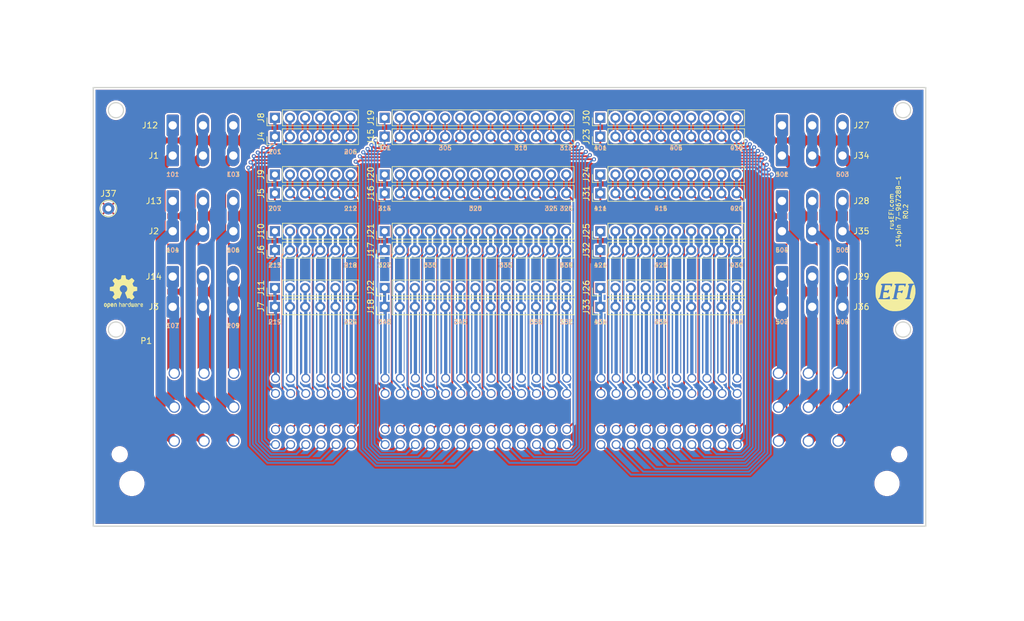
<source format=kicad_pcb>
(kicad_pcb (version 20221018) (generator pcbnew)
  (title_block (title "134pin 7-967288-1 Breakout board") (date "2020-08-21") (rev "R0.2"))
  (layers (0 "F.Cu" signal) (31 "B.Cu" signal) (34 "B.Paste" user) (35 "F.Paste" user) (36 "B.SilkS" user "B.Silkscreen") (37 "F.SilkS" user "F.Silkscreen") (38 "B.Mask" user) (39 "F.Mask" user) (44 "Edge.Cuts" user))
  (net 0 "")
  (net 1 "Net-(J1-Pad2)")
  (net 2 "Net-(J5-Pad5)")
  (net 3 "Net-(J5-Pad4)")
  (net 4 "Net-(J5-Pad3)")
  (net 5 "Net-(J5-Pad2)")
  (net 6 "Net-(J11-Pad5)")
  (net 7 "Net-(J11-Pad4)")
  (net 8 "Net-(J11-Pad3)")
  (net 9 "Net-(J11-Pad2)")
  (net 10 "Net-(J10-Pad5)")
  (net 11 "Net-(J10-Pad4)")
  (net 12 "Net-(J10-Pad3)")
  (net 13 "Net-(J10-Pad2)")
  (net 14 "Net-(J13-Pad2)")
  (net 15 "Net-(J14-Pad2)")
  (net 16 "Net-(J4-Pad5)")
  (net 17 "Net-(J4-Pad4)")
  (net 18 "Net-(J4-Pad3)")
  (net 19 "Net-(J4-Pad2)")
  (net 20 "Net-(J15-Pad12)")
  (net 21 "Net-(J15-Pad11)")
  (net 22 "Net-(J15-Pad9)")
  (net 23 "Net-(J15-Pad8)")
  (net 24 "Net-(J15-Pad7)")
  (net 25 "Net-(J15-Pad6)")
  (net 26 "Net-(J15-Pad4)")
  (net 27 "Net-(J15-Pad3)")
  (net 28 "Net-(J15-Pad2)")
  (net 29 "Net-(J16-Pad11)")
  (net 30 "Net-(J16-Pad10)")
  (net 31 "Net-(J16-Pad9)")
  (net 32 "Net-(J16-Pad8)")
  (net 33 "Net-(J16-Pad6)")
  (net 34 "Net-(J16-Pad5)")
  (net 35 "Net-(J16-Pad4)")
  (net 36 "Net-(J16-Pad3)")
  (net 37 "Net-(J17-Pad2)")
  (net 38 "Net-(J17-Pad3)")
  (net 39 "Net-(J17-Pad5)")
  (net 40 "Net-(J17-Pad6)")
  (net 41 "Net-(J17-Pad7)")
  (net 42 "Net-(J17-Pad8)")
  (net 43 "Net-(J17-Pad10)")
  (net 44 "Net-(J17-Pad11)")
  (net 45 "Net-(J17-Pad12)")
  (net 46 "Net-(J18-Pad2)")
  (net 47 "Net-(J18-Pad3)")
  (net 48 "Net-(J18-Pad4)")
  (net 49 "Net-(J18-Pad5)")
  (net 50 "Net-(J18-Pad7)")
  (net 51 "Net-(J18-Pad8)")
  (net 52 "Net-(J18-Pad9)")
  (net 53 "Net-(J18-Pad10)")
  (net 54 "Net-(J18-Pad12)")
  (net 55 "Net-(J23-Pad9)")
  (net 56 "Net-(J23-Pad8)")
  (net 57 "Net-(J23-Pad7)")
  (net 58 "Net-(J23-Pad6)")
  (net 59 "Net-(J23-Pad4)")
  (net 60 "Net-(J23-Pad3)")
  (net 61 "Net-(J23-Pad2)")
  (net 62 "Net-(J24-Pad9)")
  (net 63 "Net-(J24-Pad8)")
  (net 64 "Net-(J24-Pad7)")
  (net 65 "Net-(J24-Pad6)")
  (net 66 "Net-(J24-Pad4)")
  (net 67 "Net-(J24-Pad3)")
  (net 68 "Net-(J24-Pad2)")
  (net 69 "Net-(J25-Pad2)")
  (net 70 "Net-(J25-Pad3)")
  (net 71 "Net-(J25-Pad4)")
  (net 72 "Net-(J25-Pad6)")
  (net 73 "Net-(J25-Pad7)")
  (net 74 "Net-(J25-Pad8)")
  (net 75 "Net-(J25-Pad9)")
  (net 76 "Net-(J26-Pad2)")
  (net 77 "Net-(J26-Pad3)")
  (net 78 "Net-(J26-Pad4)")
  (net 79 "Net-(J26-Pad6)")
  (net 80 "Net-(J26-Pad7)")
  (net 81 "Net-(J26-Pad8)")
  (net 82 "Net-(J26-Pad9)")
  (net 83 "Net-(J27-Pad2)")
  (net 84 "Net-(J28-Pad2)")
  (net 85 "Net-(J29-Pad2)")
  (net 86 "GND")
  (net 87 "/101")
  (net 88 "/109")
  (net 89 "/206")
  (net 90 "/201")
  (net 91 "/212")
  (net 92 "/207")
  (net 93 "/213")
  (net 94 "/218")
  (net 95 "/219")
  (net 96 "/224")
  (net 97 "/313")
  (net 98 "/310")
  (net 99 "/305")
  (net 100 "/301")
  (net 101 "/326")
  (net 102 "/325")
  (net 103 "/320")
  (net 104 "/315")
  (net 105 "/314")
  (net 106 "/327")
  (net 107 "/330")
  (net 108 "/335")
  (net 109 "/339")
  (net 110 "/340")
  (net 111 "/345")
  (net 112 "/350")
  (net 113 "/352")
  (net 114 "/410")
  (net 115 "/405")
  (net 116 "/401")
  (net 117 "/420")
  (net 118 "/415")
  (net 119 "/411")
  (net 120 "/421")
  (net 121 "/425")
  (net 122 "/430")
  (net 123 "/431")
  (net 124 "/435")
  (net 125 "/440")
  (net 126 "/503")
  (net 127 "/501")
  (net 128 "/506")
  (net 129 "/504")
  (net 130 "/507")
  (net 131 "/509")
  (net 132 "/103")
  (net 133 "/106")
  (net 134 "/104")
  (net 135 "/107")
  (footprint "Connector_Phoenix_MSTB:PhoenixContact_MSTBA_2,5_3-G-5,08_1x03_P5.08mm_Horizontal" (layer "F.Cu") (at 89.535 74.93)
    (fp_text reference "J1")
    (fp_text value "Conn_01x03")
  )
  (footprint "Connector_Phoenix_MSTB:PhoenixContact_MSTBA_2,5_3-G-5,08_1x03_P5.08mm_Horizontal" (layer "F.Cu") (at 89.535 87.63)
    (fp_text reference "J2")
    (fp_text value "Conn_01x03")
  )
  (footprint "Connector_Phoenix_MSTB:PhoenixContact_MSTBA_2,5_3-G-5,08_1x03_P5.08mm_Horizontal" (layer "F.Cu") (at 89.535 100.33)
    (fp_text reference "J3")
    (fp_text value "Conn_01x03")
  )
  (footprint "Connector_PinHeader_2.54mm:PinHeader_1x06_P2.54mm_Vertical" (layer "F.Cu") (at 106.68 71.755 90)
    (fp_text reference "J4")
    (fp_text value "Conn_01x06")
  )
  (footprint "Connector_PinHeader_2.54mm:PinHeader_1x06_P2.54mm_Vertical" (layer "F.Cu") (at 106.68 81.28 90)
    (fp_text reference "J5")
    (fp_text value "Conn_01x06")
  )
  (footprint "Connector_PinHeader_2.54mm:PinHeader_1x06_P2.54mm_Vertical" (layer "F.Cu") (at 106.68 90.805 90)
    (fp_text reference "J6")
    (fp_text value "Conn_01x06")
  )
  (footprint "Connector_PinHeader_2.54mm:PinHeader_1x06_P2.54mm_Vertical" (layer "F.Cu") (at 106.68 100.33 90)
    (fp_text reference "J7")
    (fp_text value "Conn_01x06")
  )
  (footprint "Connector_PinHeader_2.54mm:PinHeader_1x06_P2.54mm_Vertical" (layer "F.Cu") (at 106.68 68.58 90)
    (fp_text reference "J8")
    (fp_text value "Conn_01x06")
  )
  (footprint "Connector_PinHeader_2.54mm:PinHeader_1x06_P2.54mm_Vertical" (layer "F.Cu") (at 106.68 78.105 90)
    (fp_text reference "J9")
    (fp_text value "Conn_01x06")
  )
  (footprint "Connector_PinHeader_2.54mm:PinHeader_1x06_P2.54mm_Vertical" (layer "F.Cu") (at 106.68 87.63 90)
    (fp_text reference "J10")
    (fp_text value "Conn_01x06")
  )
  (footprint "Connector_PinHeader_2.54mm:PinHeader_1x06_P2.54mm_Vertical" (layer "F.Cu") (at 106.68 97.155 90)
    (fp_text reference "J11")
    (fp_text value "Conn_01x06")
  )
  (footprint "Connector_Phoenix_MSTB:PhoenixContact_MSTBA_2,5_3-G-5,08_1x03_P5.08mm_Horizontal" (layer "F.Cu") (at 89.535 82.55)
    (fp_text reference "J13")
    (fp_text value "Conn_01x03")
  )
  (footprint "Connector_Phoenix_MSTB:PhoenixContact_MSTBA_2,5_3-G-5,08_1x03_P5.08mm_Horizontal" (layer "F.Cu") (at 89.535 95.25)
    (fp_text reference "J14")
    (fp_text value "Conn_01x03")
  )
  (footprint "Connector_PinHeader_2.54mm:PinHeader_1x13_P2.54mm_Vertical" (layer "F.Cu") (at 125.095 71.755 90)
    (fp_text reference "J15")
    (fp_text value "Conn_01x13")
  )
  (footprint "Connector_PinHeader_2.54mm:PinHeader_1x13_P2.54mm_Vertical" (layer "F.Cu") (at 125.095 81.28 90)
    (fp_text reference "J16")
    (fp_text value "Conn_01x13")
  )
  (footprint "Connector_PinHeader_2.54mm:PinHeader_1x13_P2.54mm_Vertical" (layer "F.Cu") (at 125.095 90.805 90)
    (fp_text reference "J17")
    (fp_text value "Conn_01x13")
  )
  (footprint "Connector_PinHeader_2.54mm:PinHeader_1x13_P2.54mm_Vertical" (layer "F.Cu") (at 125.095 100.33 90)
    (fp_text reference "J18")
    (fp_text value "Conn_01x13")
  )
  (footprint "Connector_PinHeader_2.54mm:PinHeader_1x13_P2.54mm_Vertical" (layer "F.Cu") (at 125.095 68.58 90)
    (fp_text reference "J19")
    (fp_text value "Conn_01x13")
  )
  (footprint "Connector_PinHeader_2.54mm:PinHeader_1x13_P2.54mm_Vertical" (layer "F.Cu") (at 125.095 78.105 90)
    (fp_text reference "J20")
    (fp_text value "Conn_01x13")
  )
  (footprint "Connector_PinHeader_2.54mm:PinHeader_1x13_P2.54mm_Vertical" (layer "F.Cu") (at 125.095 87.63 90)
    (fp_text reference "J21")
    (fp_text value "Conn_01x13")
  )
  (footprint "Connector_PinHeader_2.54mm:PinHeader_1x10_P2.54mm_Vertical" (layer "F.Cu") (at 161.29 71.755 90)
    (fp_text reference "J23")
    (fp_text value "Conn_01x10")
  )
  (footprint "Connector_PinHeader_2.54mm:PinHeader_1x10_P2.54mm_Vertical" (layer "F.Cu") (at 161.29 78.105 90)
    (fp_text reference "J24")
    (fp_text value "Conn_01x10")
  )
  (footprint "Connector_PinHeader_2.54mm:PinHeader_1x10_P2.54mm_Vertical" (layer "F.Cu") (at 161.29 87.63 90)
    (fp_text reference "J25")
    (fp_text value "Conn_01x10")
  )
  (footprint "Connector_PinHeader_2.54mm:PinHeader_1x10_P2.54mm_Vertical" (layer "F.Cu") (at 161.29 97.155 90)
    (fp_text reference "J26")
    (fp_text value "Conn_01x10")
  )
  (footprint "Connector_Phoenix_MSTB:PhoenixContact_MSTBA_2,5_3-G-5,08_1x03_P5.08mm_Horizontal" (layer "F.Cu") (at 191.77 69.85)
    (fp_text reference "J27")
    (fp_text value "Conn_01x03")
  )
  (footprint "Connector_Phoenix_MSTB:PhoenixContact_MSTBA_2,5_3-G-5,08_1x03_P5.08mm_Horizontal" (layer "F.Cu") (at 191.77 82.55)
    (fp_text reference "J28")
    (fp_text value "Conn_01x03")
  )
  (footprint "Connector_Phoenix_MSTB:PhoenixContact_MSTBA_2,5_3-G-5,08_1x03_P5.08mm_Horizontal" (layer "F.Cu") (at 191.77 95.25)
    (fp_text reference "J29")
    (fp_text value "Conn_01x03")
  )
  (footprint "Connector_PinHeader_2.54mm:PinHeader_1x10_P2.54mm_Vertical" (layer "F.Cu") (at 161.29 68.58 90)
    (fp_text reference "J30")
    (fp_text value "Conn_01x10")
  )
  (footprint "Connector_PinHeader_2.54mm:PinHeader_1x10_P2.54mm_Vertical" (layer "F.Cu") (at 161.29 81.28 90)
    (fp_text reference "J31")
    (fp_text value "Conn_01x10")
  )
  (footprint "Connector_PinHeader_2.54mm:PinHeader_1x10_P2.54mm_Vertical" (layer "F.Cu") (at 161.29 90.805 90)
    (fp_text reference "J32")
    (fp_text value "Conn_01x10")
  )
  (footprint "Connector_PinHeader_2.54mm:PinHeader_1x10_P2.54mm_Vertical" (layer "F.Cu") (at 161.29 100.33 90)
    (fp_text reference "J33")
    (fp_text value "Conn_01x10")
  )
  (footprint "Connector_Phoenix_MSTB:PhoenixContact_MSTBA_2,5_3-G-5,08_1x03_P5.08mm_Horizontal" (layer "F.Cu") (at 191.77 74.93)
    (fp_text reference "J34")
    (fp_text value "Conn_01x03")
  )
  (footprint "Connector_Phoenix_MSTB:PhoenixContact_MSTBA_2,5_3-G-5,08_1x03_P5.08mm_Horizontal" (layer "F.Cu") (at 191.77 87.63)
    (fp_text reference "J35")
    (fp_text value "Conn_01x03")
  )
  (footprint "Connector_Phoenix_MSTB:PhoenixContact_MSTBA_2,5_3-G-5,08_1x03_P5.08mm_Horizontal" (layer "F.Cu") (at 191.77 100.33)
    (fp_text reference "J36")
    (fp_text value "Conn_01x03")
  )
  (footprint "rusEFI:LOGO" (layer "F.Cu") (at 210.82 97.79)
    (fp_text reference "LOGO1" hide)
    (fp_text value "DNP" hide)
  )
  (footprint "Symbol:OSHW-Logo2_7.3x6mm_SilkScreen" (layer "F.Cu") (at 81.28 97.79)
    (fp_text reference "LOGO2" hide)
    (fp_text value "DNP" hide)
  )
  (footprint "Connector_Phoenix_MSTB:PhoenixContact_MSTBA_2,5_3-G-5,08_1x03_P5.08mm_Horizontal" (layer "F.Cu") (at 89.535 69.85)
    (fp_text reference "J12")
    (fp_text value "Conn_01x03")
  )
  (footprint "Connector_PinHeader_2.54mm:PinHeader_1x13_P2.54mm_Vertical" (layer "F.Cu") (at 125.095 97.155 90)
    (fp_text reference "J22")
    (fp_text value "Conn_01x13")
  )
  (footprint "134pin_7-967288-1_KC5_FOOTPRINT:7-967288-1_134-pin-connector" (layer "F.Cu") (at 80.645 125.095)
    (fp_text reference "P1")
    (fp_text value "134pin_7-967288-1_KC5")
  )
  (footprint "TestPoint:TestPoint_Keystone_5000-5004_Miniature" (layer "F.Cu") (at 78.74 83.82)
    (fp_text reference "J37")
    (fp_text value "Conn_01x01")
  )
  (gr_line (start 76.2 63.5) (end 76.2 137.16) (stroke (width 0.2)) (layer "Edge.Cuts"))
  (gr_line (start 76.2 137.16) (end 215.9 137.16) (stroke (width 0.2)) (layer "Edge.Cuts"))
  (gr_circle (center 212.09 67.31) (end 213.36 67.31) (stroke (width 0.2)) (fill none) (layer "Edge.Cuts"))
  (gr_line (start 215.9 137.16) (end 215.9 63.5) (stroke (width 0.2)) (layer "Edge.Cuts"))
  (gr_circle (center 80.01 104.14) (end 81.28 104.14) (stroke (width 0.2)) (fill none) (layer "Edge.Cuts"))
  (gr_line (start 215.9 63.5) (end 76.2 63.5) (stroke (width 0.2)) (layer "Edge.Cuts"))
  (gr_circle (center 212.09 104.14) (end 213.36 104.14) (stroke (width 0.2)) (fill none) (layer "Edge.Cuts"))
  (gr_circle (center 80.01 67.31) (end 78.74 67.31) (stroke (width 0.2)) (fill none) (layer "Edge.Cuts"))
  (gr_text "103" (at 99.695 78.105) (layer "B.SilkS") (effects (font (size 0.75 0.75) (thickness 0.13)) (justify mirror)))
  (gr_text "101" (at 89.535 78.105) (layer "B.SilkS") (effects (font (size 0.75 0.75) (thickness 0.13)) (justify mirror)))
  (gr_text "201" (at 106.68 74.295) (layer "B.SilkS") (effects (font (size 0.75 0.75) (thickness 0.13)) (justify mirror)))
  (gr_text "207" (at 106.68 83.82) (layer "B.SilkS") (effects (font (size 0.75 0.75) (thickness 0.13)) (justify mirror)))
  (gr_text "206" (at 119.38 74.295) (layer "B.SilkS") (effects (font (size 0.75 0.75) (thickness 0.13)) (justify mirror)))
  (gr_text "212" (at 119.38 83.82) (layer "B.SilkS") (effects (font (size 0.75 0.75) (thickness 0.13)) (justify mirror)))
  (gr_text "301" (at 125.095 73.66) (layer "B.SilkS") (effects (font (size 0.75 0.75) (thickness 0.13)) (justify mirror)))
  (gr_text "314" (at 125.095 83.82) (layer "B.SilkS") (effects (font (size 0.75 0.75) (thickness 0.13)) (justify mirror)))
  (gr_text "305" (at 135.255 73.66) (layer "B.SilkS") (effects (font (size 0.75 0.75) (thickness 0.13)) (justify mirror)))
  (gr_text "310" (at 147.955 73.66) (layer "B.SilkS") (effects (font (size 0.75 0.75) (thickness 0.13)) (justify mirror)))
  (gr_text "320" (at 140.335 83.82) (layer "B.SilkS") (effects (font (size 0.75 0.75) (thickness 0.13)) (justify mirror)))
  (gr_text "313" (at 155.575 73.66) (layer "B.SilkS") (effects (font (size 0.75 0.75) (thickness 0.13)) (justify mirror)))
  (gr_text "325" (at 153.035 83.82) (layer "B.SilkS") (effects (font (size 0.75 0.75) (thickness 0.13)) (justify mirror)))
  (gr_text "326" (at 155.575 83.82) (layer "B.SilkS") (effects (font (size 0.75 0.75) (thickness 0.13)) (justify mirror)))
  (gr_text "411" (at 161.29 83.82) (layer "B.SilkS") (effects (font (size 0.75 0.75) (thickness 0.13)) (justify mirror)))
  (gr_text "401" (at 161.29 73.66) (layer "B.SilkS") (effects (font (size 0.75 0.75) (thickness 0.13)) (justify mirror)))
  (gr_text "405" (at 173.99 73.66) (layer "B.SilkS") (effects (font (size 0.75 0.75) (thickness 0.13)) (justify mirror)))
  (gr_text "415" (at 171.45 83.82) (layer "B.SilkS") (effects (font (size 0.75 0.75) (thickness 0.13)) (justify mirror)))
  (gr_text "410" (at 184.15 73.66) (layer "B.SilkS") (effects (font (size 0.75 0.75) (thickness 0.13)) (justify mirror)))
  (gr_text "420" (at 184.15 83.82) (layer "B.SilkS") (effects (font (size 0.75 0.75) (thickness 0.13)) (justify mirror)))
  (gr_text "501" (at 191.77 78.105) (layer "B.SilkS") (effects (font (size 0.75 0.75) (thickness 0.13)) (justify mirror)))
  (gr_text "503" (at 201.93 78.105) (layer "B.SilkS") (effects (font (size 0.75 0.75) (thickness 0.13)) (justify mirror)))
  (gr_text "506" (at 201.93 90.805) (layer "B.SilkS") (effects (font (size 0.75 0.75) (thickness 0.13)) (justify mirror)))
  (gr_text "504" (at 191.77 90.805) (layer "B.SilkS") (effects (font (size 0.75 0.75) (thickness 0.13)) (justify mirror)))
  (gr_text "430" (at 184.15 93.345) (layer "B.SilkS") (effects (font (size 0.75 0.75) (thickness 0.13)) (justify mirror)))
  (gr_text "425" (at 171.45 93.345) (layer "B.SilkS") (effects (font (size 0.75 0.75) (thickness 0.13)) (justify mirror)))
  (gr_text "421" (at 161.29 93.345) (layer "B.SilkS") (effects (font (size 0.75 0.75) (thickness 0.13)) (justify mirror)))
  (gr_text "339" (at 155.575 93.345) (layer "B.SilkS") (effects (font (size 0.75 0.75) (thickness 0.13)) (justify mirror)))
  (gr_text "335" (at 145.415 93.345) (layer "B.SilkS") (effects (font (size 0.75 0.75) (thickness 0.13)) (justify mirror)))
  (gr_text "330" (at 132.715 93.345) (layer "B.SilkS") (effects (font (size 0.75 0.75) (thickness 0.13)) (justify mirror)))
  (gr_text "327" (at 125.095 93.345) (layer "B.SilkS") (effects (font (size 0.75 0.75) (thickness 0.13)) (justify mirror)))
  (gr_text "218" (at 119.38 93.345) (layer "B.SilkS") (effects (font (size 0.75 0.75) (thickness 0.13)) (justify mirror)))
  (gr_text "213" (at 106.68 93.345) (layer "B.SilkS") (effects (font (size 0.75 0.75) (thickness 0.13)) (justify mirror)))
  (gr_text "106" (at 99.695 90.805) (layer "B.SilkS") (effects (font (size 0.75 0.75) (thickness 0.13)) (justify mirror)))
  (gr_text "104" (at 89.535 90.805) (layer "B.SilkS") (effects (font (size 0.75 0.75) (thickness 0.13)) (justify mirror)))
  (gr_text "107" (at 89.535 103.505) (layer "B.SilkS") (effects (font (size 0.75 0.75) (thickness 0.13)) (justify mirror)))
  (gr_text "109" (at 99.695 103.505) (layer "B.SilkS") (effects (font (size 0.75 0.75) (thickness 0.13)) (justify mirror)))
  (gr_text "219" (at 106.68 102.87) (layer "B.SilkS") (effects (font (size 0.75 0.75) (thickness 0.13)) (justify mirror)))
  (gr_text "224" (at 119.38 102.87) (layer "B.SilkS") (effects (font (size 0.75 0.75) (thickness 0.13)) (justify mirror)))
  (gr_text "340" (at 125.095 102.87) (layer "B.SilkS") (effects (font (size 0.75 0.75) (thickness 0.13)) (justify mirror)))
  (gr_text "345" (at 137.795 102.87) (layer "B.SilkS") (effects (font (size 0.75 0.75) (thickness 0.13)) (justify mirror)))
  (gr_text "350" (at 150.495 102.87) (layer "B.SilkS") (effects (font (size 0.75 0.75) (thickness 0.13)) (justify mirror)))
  (gr_text "352" (at 155.575 102.87) (layer "B.SilkS") (effects (font (size 0.75 0.75) (thickness 0.13)) (justify mirror)))
  (gr_text "431" (at 161.29 102.87) (layer "B.SilkS") (effects (font (size 0.75 0.75) (thickness 0.13)) (justify mirror)))
  (gr_text "435" (at 171.45 102.87) (layer "B.SilkS") (effects (font (size 0.75 0.75) (thickness 0.13)) (justify mirror)))
  (gr_text "440" (at 184.15 102.87) (layer "B.SilkS") (effects (font (size 0.75 0.75) (thickness 0.13)) (justify mirror)))
  (gr_text "507" (at 191.77 102.87) (layer "B.SilkS") (effects (font (size 0.75 0.75) (thickness 0.13)) (justify mirror)))
  (gr_text "509" (at 201.93 102.87) (layer "B.SilkS") (effects (font (size 0.75 0.75) (thickness 0.13)) (justify mirror)))
  (gr_text "201" (at 106.68 74.295) (layer "F.SilkS") (effects (font (size 0.75 0.75) (thickness 0.13))))
  (gr_text "440" (at 184.15 102.87) (layer "F.SilkS") (effects (font (size 0.75 0.75) (thickness 0.13))))
  (gr_text "425" (at 171.45 93.345) (layer "F.SilkS") (effects (font (size 0.75 0.75) (thickness 0.13))))
  (gr_text "506" (at 201.93 90.805) (layer "F.SilkS") (effects (font (size 0.75 0.75) (thickness 0.13))))
  (gr_text "501" (at 191.77 78.105) (layer "F.SilkS") (effects (font (size 0.75 0.75) (thickness 0.13))))
  (gr_text "325" (at 153.035 83.82) (layer "F.SilkS") (effects (font (size 0.75 0.75) (thickness 0.13))))
  (gr_text "107" (at 89.535 103.505) (layer "F.SilkS") (effects (font (size 0.75 0.75) (thickness 0.13))))
  (gr_text "503" (at 201.93 78.105) (layer "F.SilkS") (effects (font (size 0.75 0.75) (thickness 0.13))))
  (gr_text "103" (at 99.695 78.105) (layer "F.SilkS") (effects (font (size 0.75 0.75) (thickness 0.13))))
  (gr_text "104" (at 89.535 90.805) (layer "F.SilkS") (effects (font (size 0.75 0.75) (thickness 0.13))))
  (gr_text "504" (at 191.77 90.805) (layer "F.SilkS") (effects (font (size 0.75 0.75) (thickness 0.13))))
  (gr_text "310" (at 147.955 73.66) (layer "F.SilkS") (effects (font (size 0.75 0.75) (thickness 0.13))))
  (gr_text "411" (at 161.29 83.82) (layer "F.SilkS") (effects (font (size 0.75 0.75) (thickness 0.13))))
  (gr_text "415" (at 171.45 83.82) (layer "F.SilkS") (effects (font (size 0.75 0.75) (thickness 0.13))))
  (gr_text "219" (at 106.68 102.87) (layer "F.SilkS") (effects (font (size 0.75 0.75) (thickness 0.13))))
  (gr_text "401" (at 161.29 73.66) (layer "F.SilkS") (effects (font (size 0.75 0.75) (thickness 0.13))))
  (gr_text "314" (at 125.095 83.82) (layer "F.SilkS") (effects (font (size 0.75 0.75) (thickness 0.13))))
  (gr_text "405" (at 173.99 73.66) (layer "F.SilkS") (effects (font (size 0.75 0.75) (thickness 0.13))))
  (gr_text "326" (at 155.575 83.82) (layer "F.SilkS") (effects (font (size 0.75 0.75) (thickness 0.13))))
  (gr_text "301" (at 125.095 73.66) (layer "F.SilkS") (effects (font (size 0.75 0.75) (thickness 0.13))))
  (gr_text "330" (at 132.715 93.345) (layer "F.SilkS") (effects (font (size 0.75 0.75) (thickness 0.13))))
  (gr_text "421" (at 161.29 93.345) (layer "F.SilkS") (effects (font (size 0.75 0.75) (thickness 0.13))))
  (gr_text "213" (at 106.68 93.345) (layer "F.SilkS") (effects (font (size 0.75 0.75) (thickness 0.13))))
  (gr_text "206" (at 119.38 74.295) (layer "F.SilkS") (effects (font (size 0.75 0.75) (thickness 0.13))))
  (gr_text "207" (at 106.68 83.82) (layer "F.SilkS") (effects (font (size 0.75 0.75) (thickness 0.13))))
  (gr_text "430" (at 184.15 93.345) (layer "F.SilkS") (effects (font (size 0.75 0.75) (thickness 0.13))))
  (gr_text "410" (at 184.15 73.66) (layer "F.SilkS") (effects (font (size 0.75 0.75) (thickness 0.13))))
  (gr_text "507" (at 191.77 102.87) (layer "F.SilkS") (effects (font (size 0.75 0.75) (thickness 0.13))))
  (gr_text "509" (at 201.93 102.87) (layer "F.SilkS") (effects (font (size 0.75 0.75) (thickness 0.13))))
  (gr_text "340" (at 125.095 102.87) (layer "F.SilkS") (effects (font (size 0.75 0.75) (thickness 0.13))))
  (gr_text "212" (at 119.38 83.82) (layer "F.SilkS") (effects (font (size 0.75 0.75) (thickness 0.13))))
  (gr_text "320" (at 140.335 83.82) (layer "F.SilkS") (effects (font (size 0.75 0.75) (thickness 0.13))))
  (gr_text "109" (at 99.695 103.505) (layer "F.SilkS") (effects (font (size 0.75 0.75) (thickness 0.13))))
  (gr_text "420" (at 184.15 83.82) (layer "F.SilkS") (effects (font (size 0.75 0.75) (thickness 0.13))))
  (gr_text "rusEFI.com\n134pin 7-967288-1\nR0.2" (at 211.328 84.328 90) (layer "F.SilkS") (effects (font (size 0.75 0.75) (thickness 0.13))))
  (gr_text "218" (at 119.38 93.345) (layer "F.SilkS") (effects (font (size 0.75 0.75) (thickness 0.13))))
  (gr_text "106" (at 99.695 90.805) (layer "F.SilkS") (effects (font (size 0.75 0.75) (thickness 0.13))))
  (gr_text "305" (at 135.255 73.66) (layer "F.SilkS") (effects (font (size 0.75 0.75) (thickness 0.13))))
  (gr_text "335" (at 145.415 93.345) (layer "F.SilkS") (effects (font (size 0.75 0.75) (thickness 0.13))))
  (gr_text "339" (at 155.575 93.345) (layer "F.SilkS") (effects (font (size 0.75 0.75) (thickness 0.13))))
  (gr_text "431" (at 161.29 102.87) (layer "F.SilkS") (effects (font (size 0.75 0.75) (thickness 0.13))))
  (gr_text "345" (at 137.795 102.87) (layer "F.SilkS") (effects (font (size 0.75 0.75) (thickness 0.13))))
  (gr_text "313" (at 155.575 73.66) (layer "F.SilkS") (effects (font (size 0.75 0.75) (thickness 0.13))))
  (gr_text "327" (at 125.095 93.345) (layer "F.SilkS") (effects (font (size 0.75 0.75) (thickness 0.13))))
  (gr_text "352" (at 155.575 102.87) (layer "F.SilkS") (effects (font (size 0.75 0.75) (thickness 0.13))))
  (gr_text "101" (at 89.535 78.105) (layer "F.SilkS") (effects (font (size 0.75 0.75) (thickness 0.13))))
  (gr_text "435" (at 171.45 102.87) (layer "F.SilkS") (effects (font (size 0.75 0.75) (thickness 0.13))))
  (gr_text "350" (at 150.495 102.87) (layer "F.SilkS") (effects (font (size 0.75 0.75) (thickness 0.13))))
  (gr_text "224" (at 119.38 102.87) (layer "F.SilkS") (effects (font (size 0.75 0.75) (thickness 0.13))))
  (segment (start 92.54629 120.63129) (end 92.54629 76.99871) (width 1.6764) (layer "F.Cu") (net 1))
  (segment (start 94.785 122.87) (end 92.54629 120.63129) (width 1.6764) (layer "F.Cu") (net 1))
  (segment (start 92.54629 76.99871) (end 94.615 74.93) (width 1.6764) (layer "F.Cu") (net 1))
  (segment (start 94.615 74.93) (end 94.615 69.85) (width 1.6764) (layer "B.Cu") (net 1))
  (segment (start 118.11 82.55) (end 117.689999 82.129999) (width 0.3048) (layer "F.Cu") (net 2))
  (segment (start 118.11 119.758) (end 118.11 82.55) (width 0.3048) (layer "F.Cu") (net 2))
  (segment (start 117.689999 82.129999) (end 116.84 81.28) (width 0.3048) (layer "F.Cu") (net 2))
  (segment (start 116.949 120.919) (end 118.11 119.758) (width 0.3048) (layer "F.Cu") (net 2))
  (segment (start 116.84 81.28) (end 116.84 78.105) (width 0.55) (layer "B.Cu") (net 2))
  (segment (start 114.408 120.919) (end 115.57 119.757) (width 0.3048) (layer "F.Cu") (net 3))
  (segment (start 115.149999 82.129999) (end 114.3 81.28) (width 0.3048) (layer "F.Cu") (net 3))
  (segment (start 115.57 82.55) (end 115.149999 82.129999) (width 0.3048) (layer "F.Cu") (net 3))
  (segment (start 115.57 119.757) (end 115.57 82.55) (width 0.3048) (layer "F.Cu") (net 3))
  (segment (start 114.3 81.28) (end 114.3 78.105) (width 0.55) (layer "B.Cu") (net 3))
  (segment (start 113.03 82.55) (end 112.609999 82.129999) (width 0.3048) (layer "F.Cu") (net 4))
  (segment (start 113.03 119.757) (end 113.03 82.55) (width 0.3048) (layer "F.Cu") (net 4))
  (segment (start 112.609999 82.129999) (end 111.76 81.28) (width 0.3048) (layer "F.Cu") (net 4))
  (segment (start 111.868 120.919) (end 113.03 119.757) (width 0.3048) (layer "F.Cu") (net 4))
  (segment (start 111.76 81.28) (end 111.76 78.105) (width 0.55) (layer "B.Cu") (net 4))
  (segment (start 110.420901 119.826099) (end 110.420901 82.480901) (width 0.3048) (layer "F.Cu") (net 5))
  (segment (start 110.069999 82.129999) (end 109.22 81.28) (width 0.3048) (layer "F.Cu") (net 5))
  (segment (start 110.420901 82.480901) (end 110.069999 82.129999) (width 0.3048) (layer "F.Cu") (net 5))
  (segment (start 109.328 120.919) (end 110.420901 119.826099) (width 0.3048) (layer "F.Cu") (net 5))
  (segment (start 109.22 81.28) (end 109.22 78.105) (width 0.55) (layer "B.Cu") (net 5))
  (segment (start 116.949 100.439) (end 116.84 100.33) (width 0.55) (layer "B.Cu") (net 6))
  (segment (start 116.84 100.33) (end 116.84 97.155) (width 0.55) (layer "B.Cu") (net 6))
  (segment (start 116.949 112.317) (end 116.949 100.439) (width 0.55) (layer "B.Cu") (net 6))
  (segment (start 114.408 112.317) (end 114.408 100.438) (width 0.55) (layer "B.Cu") (net 7))
  (segment (start 114.3 100.33) (end 114.3 97.155) (width 0.55) (layer "B.Cu") (net 7))
  (segment (start 114.408 100.438) (end 114.3 100.33) (width 0.55) (layer "B.Cu") (net 7))
  (segment (start 111.868 112.317) (end 111.868 100.438) (width 0.55) (layer "B.Cu") (net 8))
  (segment (start 111.868 100.438) (end 111.76 100.33) (width 0.55) (layer "B.Cu") (net 8))
  (segment (start 111.76 100.33) (end 111.76 97.155) (width 0.55) (layer "B.Cu") (net 8))
  (segment (start 109.328 100.438) (end 109.22 100.33) (width 0.55) (layer "B.Cu") (net 9))
  (segment (start 109.328 112.317) (end 109.328 100.438) (width 0.55) (layer "B.Cu") (net 9))
  (segment (start 109.22 100.33) (end 109.22 97.155) (width 0.55) (layer "B.Cu") (net 9))
  (segment (start 116.84 90.805) (end 116.84 87.63) (width 0.55) (layer "B.Cu") (net 10))
  (segment (start 115.647099 91.997901) (end 115.990001 91.654999) (width 0.3048) (layer "B.Cu") (net 10))
  (segment (start 115.990001 91.654999) (end 116.84 90.805) (width 0.3048) (layer "B.Cu") (net 10))
  (segment (start 115.647099 113.578099) (end 115.647099 91.997901) (width 0.3048) (layer "B.Cu") (net 10))
  (segment (start 116.949 114.88) (end 115.647099 113.578099) (width 0.3048) (layer "B.Cu") (net 10))
  (segment (start 114.3 90.805) (end 114.3 87.63) (width 0.55) (layer "B.Cu") (net 11))
  (segment (start 113.450001 91.654999) (end 114.3 90.805) (width 0.3048) (layer "B.Cu") (net 11))
  (segment (start 113.107099 113.579099) (end 113.107099 91.997901) (width 0.3048) (layer "B.Cu") (net 11))
  (segment (start 114.408 114.88) (end 113.107099 113.579099) (width 0.3048) (layer "B.Cu") (net 11))
  (segment (start 113.107099 91.997901) (end 113.450001 91.654999) (width 0.3048) (layer "B.Cu") (net 11))
  (segment (start 110.420901 113.432901) (end 110.420901 92.144099) (width 0.3048) (layer "B.Cu") (net 12))
  (segment (start 111.76 90.805) (end 111.76 87.63) (width 0.55) (layer "B.Cu") (net 12))
  (segment (start 110.420901 92.144099) (end 110.910001 91.654999) (width 0.3048) (layer "B.Cu") (net 12))
  (segment (start 110.910001 91.654999) (end 111.76 90.805) (width 0.3048) (layer "B.Cu") (net 12))
  (segment (start 111.868 114.88) (end 110.420901 113.432901) (width 0.3048) (layer "B.Cu") (net 12))
  (segment (start 108.027099 91.997901) (end 108.370001 91.654999) (width 0.3048) (layer "B.Cu") (net 13))
  (segment (start 108.370001 91.654999) (end 109.22 90.805) (width 0.3048) (layer "B.Cu") (net 13))
  (segment (start 109.328 114.88) (end 108.027099 113.579099) (width 0.3048) (layer "B.Cu") (net 13))
  (segment (start 109.22 90.805) (end 109.22 87.63) (width 0.55) (layer "B.Cu") (net 13))
  (segment (start 108.027099 113.579099) (end 108.027099 91.997901) (width 0.3048) (layer "B.Cu") (net 13))
  (segment (start 94.785 117.169) (end 92.54629 114.93029) (width 1.6764) (layer "B.Cu") (net 14))
  (segment (start 92.54629 114.93029) (end 92.54629 89.69871) (width 1.6764) (layer "B.Cu") (net 14))
  (segment (start 92.54629 89.69871) (end 94.615 87.63) (width 1.6764) (layer "B.Cu") (net 14))
  (segment (start 94.615 87.63) (end 94.615 82.55) (width 1.6764) (layer "B.Cu") (net 14))
  (segment (start 94.785 100.5) (end 94.615 100.33) (width 1.6764) (layer "B.Cu") (net 15))
  (segment (start 94.615 100.33) (end 94.615 95.25) (width 1.6764) (layer "B.Cu") (net 15))
  (segment (start 94.785 111.469) (end 94.785 100.5) (width 1.6764) (layer "B.Cu") (net 15))
  (segment (start 116.84 71.755) (end 112.890311 75.704689) (width 0.3048) (layer "F.Cu") (net 16))
  (segment (start 103.276769 75.704689) (end 103.25137 75.730088) (width 0.3048) (layer "F.Cu") (net 16))
  (segment (start 112.890311 75.704689) (end 103.276769 75.704689) (width 0.3048) (layer "F.Cu") (net 16))
  (segment (start 103.25137 75.730088) (end 102.958882 75.730088) (width 0.3048) (layer "F.Cu") (net 16))
  (segment (start 102.958882 75.730088) (end 102.615983 76.072987) (width 0.3048) (layer "F.Cu") (net 16))
  (via (at 102.615983 76.072987) (size 0.6858) (drill 0.3302) (layers "F.Cu" "B.Cu") (net 16))
  (segment (start 116.84 71.755) (end 116.84 68.58) (width 0.55) (layer "B.Cu") (net 16))
  (segment (start 114.370172 126.040828) (end 105.647909 126.040828) (width 0.3048) (layer "B.Cu") (net 16))
  (segment (start 116.949 123.462) (end 114.370172 126.040828) (width 0.3048) (layer "B.Cu") (net 16))
  (segment (start 102.958882 76.415886) (end 102.615983 76.072987) (width 0.3048) (layer "B.Cu") (net 16))
  (segment (start 105.647909 126.040828) (end 102.984311 123.37723) (width 0.3048) (layer "B.Cu") (net 16))
  (segment (start 102.984311 123.37723) (end 102.984311 76.441315) (width 0.3048) (layer "B.Cu") (net 16))
  (segment (start 102.984311 76.441315) (end 102.958882 76.415886) (width 0.3048) (layer "B.Cu") (net 16))
  (segment (start 110.916637 75.138363) (end 103.254962 75.138363) (width 0.3048) (layer "F.Cu") (net 17))
  (segment (start 103.254962 75.138363) (end 103.147727 75.031128) (width 0.3048) (layer "F.Cu") (net 17))
  (segment (start 114.3 71.755) (end 110.916637 75.138363) (width 0.3048) (layer "F.Cu") (net 17))
  (via (at 103.147727 75.031128) (size 0.6858) (drill 0.3302) (layers "F.Cu" "B.Cu") (net 17))
  (segment (start 112.324483 125.545517) (end 105.853073 125.545517) (width 0.3048) (layer "B.Cu") (net 17))
  (segment (start 114.408 123.462) (end 112.324483 125.545517) (width 0.3048) (layer "B.Cu") (net 17))
  (segment (start 103.479622 123.172066) (end 103.479622 75.847956) (width 0.3048) (layer "B.Cu") (net 17))
  (segment (start 103.479622 75.847956) (end 103.147727 75.516061) (width 0.3048) (layer "B.Cu") (net 17))
  (segment (start 103.147727 75.516061) (end 103.147727 75.031128) (width 0.3048) (layer "B.Cu") (net 17))
  (segment (start 114.3 71.755) (end 114.3 68.58) (width 0.55) (layer "B.Cu") (net 17))
  (segment (start 105.853073 125.545517) (end 103.479622 123.172066) (width 0.3048) (layer "B.Cu") (net 17))
  (segment (start 103.810679 74.423455) (end 109.091545 74.423455) (width 0.3048) (layer "F.Cu") (net 18))
  (segment (start 109.091545 74.423455) (end 111.76 71.755) (width 0.3048) (layer "F.Cu") (net 18))
  (via (at 103.810679 74.423455) (size 0.6858) (drill 0.3302) (layers "F.Cu" "B.Cu") (net 18))
  (segment (start 103.974933 122.966902) (end 103.974933 74.587709) (width 0.3048) (layer "B.Cu") (net 18))
  (segment (start 103.974933 74.587709) (end 103.810679 74.423455) (width 0.3048) (layer "B.Cu") (net 18))
  (segment (start 106.058237 125.050206) (end 103.974933 122.966902) (width 0.3048) (layer "B.Cu") (net 18))
  (segment (start 111.868 123.462) (end 110.279794 125.050206) (width 0.3048) (layer "B.Cu") (net 18))
  (segment (start 111.76 71.755) (end 111.76 68.58) (width 0.55) (layer "B.Cu") (net 18))
  (segment (start 110.279794 125.050206) (end 106.058237 125.050206) (width 0.3048) (layer "B.Cu") (net 18))
  (segment (start 107.315 73.66) (end 109.22 71.755) (width 0.3048) (layer "F.Cu") (net 19))
  (segment (start 104.775 73.66) (end 107.315 73.66) (width 0.3048) (layer "F.Cu") (net 19))
  (via (at 104.775 73.66) (size 0.6858) (drill 0.3302) (layers "F.Cu" "B.Cu") (net 19))
  (segment (start 108.235099 124.554901) (end 106.263407 124.554901) (width 0.3048) (layer "B.Cu") (net 19))
  (segment (start 104.496479 73.938521) (end 104.775 73.66) (width 0.3048) (layer "B.Cu") (net 19))
  (segment (start 104.496479 122.787973) (end 104.496479 73.938521) (width 0.3048) (layer "B.Cu") (net 19))
  (segment (start 109.328 123.462) (end 108.235099 124.554901) (width 0.3048) (layer "B.Cu") (net 19))
  (segment (start 109.22 71.755) (end 109.22 68.58) (width 0.55) (layer "B.Cu") (net 19))
  (segment (start 106.263407 124.554901) (end 104.496479 122.787973) (width 0.3048) (layer "B.Cu") (net 19))
  (segment (start 156.9974 73.5076) (end 154.7876 73.5076) (width 0.3048) (layer "F.Cu") (net 20))
  (segment (start 154.7876 73.5076) (end 153.884999 72.604999) (width 0.3048) (layer "F.Cu") (net 20))
  (segment (start 153.884999 72.604999) (end 153.035 71.755) (width 0.3048) (layer "F.Cu") (net 20))
  (segment (start 157.48 73.025) (end 156.9974 73.5076) (width 0.3048) (layer "F.Cu") (net 20))
  (via (at 157.48 73.025) (size 0.6858) (drill 0.3302) (layers "F.Cu" "B.Cu") (net 20))
  (segment (start 157.263211 73.726722) (end 157.48 73.509933) (width 0.3048) (layer "B.Cu") (net 20))
  (segment (start 157.48 73.509933) (end 157.48 73.025) (width 0.3048) (layer "B.Cu") (net 20))
  (segment (start 153.035 71.755) (end 153.035 68.58) (width 0.3048) (layer "B.Cu") (net 20))
  (segment (start 157.263211 123.624923) (end 157.263211 73.726722) (width 0.3048) (layer "B.Cu") (net 20))
  (segment (start 156.333233 124.554901) (end 157.263211 123.624923) (width 0.3048) (layer "B.Cu") (net 20))
  (segment (start 154.217901 124.554901) (end 156.333233 124.554901) (width 0.3048) (layer "B.Cu") (net 20))
  (segment (start 153.125 123.462) (end 154.217901 124.554901) (width 0.3048) (layer "B.Cu") (net 20))
  (segment (start 158.1658 73.66) (end 157.822889 74.002911) (width 0.3048) (layer "F.Cu") (net 21))
  (segment (start 151.344999 72.604999) (end 150.495 71.755) (width 0.3048) (layer "F.Cu") (net 21))
  (segment (start 157.822889 74.002911) (end 152.742911 74.002911) (width 0.3048) (layer "F.Cu") (net 21))
  (segment (start 152.742911 74.002911) (end 151.344999 72.604999) (width 0.3048) (layer "F.Cu") (net 21))
  (via (at 158.1658 73.66) (size 0.6858) (drill 0.3302) (layers "F.Cu" "B.Cu") (net 21))
  (segment (start 150.585 123.462) (end 152.173206 125.050206) (width 0.3048) (layer "B.Cu") (net 21))
  (segment (start 152.173206 125.050206) (end 156.538403 125.050206) (width 0.3048) (layer "B.Cu") (net 21))
  (segment (start 157.758522 74.067278) (end 157.822901 74.002899) (width 0.3048) (layer "B.Cu") (net 21))
  (segment (start 157.758522 123.830087) (end 157.758522 74.067278) (width 0.3048) (layer "B.Cu") (net 21))
  (segment (start 150.495 71.755) (end 150.495 68.58) (width 0.3048) (layer "B.Cu") (net 21))
  (segment (start 157.822901 74.002899) (end 158.1658 73.66) (width 0.3048) (layer "B.Cu") (net 21))
  (segment (start 156.538403 125.050206) (end 157.758522 123.830087) (width 0.3048) (layer "B.Cu") (net 21))
  (segment (start 145.415 71.755) (end 148.704289 75.044289) (width 0.3048) (layer "F.Cu") (net 22))
  (segment (start 148.704289 75.044289) (end 159.339214 75.044289) (width 0.3048) (layer "F.Cu") (net 22))
  (segment (start 159.339214 75.044289) (end 159.529713 74.85379) (width 0.3048) (layer "F.Cu") (net 22))
  (via (at 159.529713 74.85379) (size 0.6858) (drill 0.3302) (layers "F.Cu" "B.Cu") (net 22))
  (segment (start 158.749144 75.634359) (end 159.186814 75.196689) (width 0.3048) (layer "B.Cu") (net 22))
  (segment (start 145.505 123.462) (end 148.083828 126.040828) (width 0.3048) (layer "B.Cu") (net 22))
  (segment (start 148.083828 126.040828) (end 156.948731 126.040828) (width 0.3048) (layer "B.Cu") (net 22))
  (segment (start 158.749144 124.240415) (end 158.749144 75.634359) (width 0.3048) (layer "B.Cu") (net 22))
  (segment (start 145.415 71.755) (end 145.415 68.58) (width 0.3048) (layer "B.Cu") (net 22))
  (segment (start 156.948731 126.040828) (end 158.749144 124.240415) (width 0.3048) (layer "B.Cu") (net 22))
  (segment (start 159.186814 75.196689) (end 159.529713 74.85379) (width 0.3048) (layer "B.Cu") (net 22))
  (segment (start 142.875 71.755) (end 146.6596 75.5396) (width 0.3048) (layer "F.Cu") (net 23))
  (segment (start 160.1978 75.5396) (end 160.2232 75.565) (width 0.3048) (layer "F.Cu") (net 23))
  (segment (start 146.6596 75.5396) (end 160.1978 75.5396) (width 0.3048) (layer "F.Cu") (net 23))
  (via (at 160.2232 75.565) (size 0.6858) (drill 0.3302) (layers "F.Cu" "B.Cu") (net 23))
  (segment (start 142.875 71.755) (end 142.875 68.58) (width 0.3048) (layer "B.Cu") (net 23))
  (segment (start 160.0708 75.565) (end 160.2232 75.565) (width 0.3048) (layer "B.Cu") (net 23))
  (segment (start 157.153895 126.536139) (end 159.244455 124.445579) (width 0.3048) (layer "B.Cu") (net 23))
  (segment (start 154.319745 126.536139) (end 154.319751 126.536145) (width 0.3048) (layer "B.Cu") (net 23))
  (segment (start 157.010249 126.536145) (end 157.010255 126.536139) (width 0.3048) (layer "B.Cu") (net 23))
  (segment (start 154.319751 126.536145) (end 157.010249 126.536145) (width 0.3048) (layer "B.Cu") (net 23))
  (segment (start 142.964 123.462) (end 146.038139 126.536139) (width 0.3048) (layer "B.Cu") (net 23))
  (segment (start 159.244455 76.391345) (end 160.0708 75.565) (width 0.3048) (layer "B.Cu") (net 23))
  (segment (start 157.010255 126.536139) (end 157.153895 126.536139) (width 0.3048) (layer "B.Cu") (net 23))
  (segment (start 146.038139 126.536139) (end 154.319745 126.536139) (width 0.3048) (layer "B.Cu") (net 23))
  (segment (start 159.244455 124.445579) (end 159.244455 76.391345) (width 0.3048) (layer "B.Cu") (net 23))
  (segment (start 140.335 71.755) (end 136.3472 75.7428) (width 0.3048) (layer "F.Cu") (net 24))
  (segment (start 120.728533 75.946) (end 120.2436 75.946) (width 0.3048) (layer "F.Cu") (net 24))
  (segment (start 136.3472 75.7428) (end 120.931733 75.7428) (width 0.3048) (layer "F.Cu") (net 24))
  (segment (start 120.931733 75.7428) (end 120.728533 75.946) (width 0.3048) (layer "F.Cu") (net 24))
  (via (at 120.2436 75.946) (size 0.6858) (drill 0.3302) (layers "F.Cu" "B.Cu") (net 24))
  (segment (start 136.854546 127.031454) (end 123.632586 127.031454) (width 0.3048) (layer "B.Cu") (net 24))
  (segment (start 140.424 123.462) (end 136.854546 127.031454) (width 0.3048) (layer "B.Cu") (net 24))
  (segment (start 120.91669 124.315558) (end 120.91669 76.61909) (width 0.3048) (layer "B.Cu") (net 24))
  (segment (start 120.586499 76.288899) (end 120.2436 75.946) (width 0.3048) (layer "B.Cu") (net 24))
  (segment (start 140.335 71.755) (end 140.335 68.58) (width 0.3048) (layer "B.Cu") (net 24))
  (segment (start 120.91669 76.61909) (end 120.586499 76.288899) (width 0.3048) (layer "B.Cu") (net 24))
  (segment (start 123.632586 127.031454) (end 120.91669 124.315558) (width 0.3048) (layer "B.Cu") (net 24))
  (segment (start 134.34855 75.20145) (end 121.078794 75.20145) (width 0.3048) (layer "F.Cu") (net 25))
  (segment (start 121.078794 75.20145) (end 120.934334 75.05699) (width 0.3048) (layer "F.Cu") (net 25))
  (segment (start 137.795 71.755) (end 134.34855 75.20145) (width 0.3048) (layer "F.Cu") (net 25))
  (via (at 120.934334 75.05699) (size 0.6858) (drill 0.3302) (layers "F.Cu" "B.Cu") (net 25))
  (segment (start 123.837751 126.536145) (end 121.412 124.110394) (width 0.3048) (layer "B.Cu") (net 25))
  (segment (start 137.795 71.755) (end 137.795 68.58) (width 0.3048) (layer "B.Cu") (net 25))
  (segment (start 121.277233 75.399889) (end 120.934334 75.05699) (width 0.3048) (layer "B.Cu") (net 25))
  (segment (start 121.412 124.110394) (end 121.412 75.534656) (width 0.3048) (layer "B.Cu") (net 25))
  (segment (start 134.809855 126.536145) (end 123.837751 126.536145) (width 0.3048) (layer "B.Cu") (net 25))
  (segment (start 121.412 75.534656) (end 121.277233 75.399889) (width 0.3048) (layer "B.Cu") (net 25))
  (segment (start 137.884 123.462) (end 134.809855 126.536145) (width 0.3048) (layer "B.Cu") (net 25))
  (segment (start 122.577614 74.158934) (end 122.234715 73.816035) (width 0.3048) (layer "F.Cu") (net 26))
  (segment (start 130.301978 74.168022) (end 122.586702 74.168022) (width 0.3048) (layer "F.Cu") (net 26))
  (segment (start 122.586702 74.168022) (end 122.577614 74.158934) (width 0.3048) (layer "F.Cu") (net 26))
  (segment (start 132.715 71.755) (end 130.301978 74.168022) (width 0.3048) (layer "F.Cu") (net 26))
  (via (at 122.234715 73.816035) (size 0.6858) (drill 0.3302) (layers "F.Cu" "B.Cu") (net 26))
  (segment (start 132.715 71.755) (end 132.715 68.58) (width 0.3048) (layer "B.Cu") (net 26))
  (segment (start 130.719477 125.545523) (end 124.248079 125.545523) (width 0.3048) (layer "B.Cu") (net 26))
  (segment (start 124.248079 125.545523) (end 122.402622 123.700066) (width 0.3048) (layer "B.Cu") (net 26))
  (segment (start 122.402622 123.700066) (end 122.402622 74.468875) (width 0.3048) (layer "B.Cu") (net 26))
  (segment (start 132.803 123.462) (end 130.719477 125.545523) (width 0.3048) (layer "B.Cu") (net 26))
  (segment (start 122.234715 74.300968) (end 122.234715 73.816035) (width 0.3048) (layer "B.Cu") (net 26))
  (segment (start 122.402622 74.468875) (end 122.234715 74.300968) (width 0.3048) (layer "B.Cu") (net 26))
  (segment (start 128.257289 73.672711) (end 123.393296 73.672711) (width 0.3048) (layer "F.Cu") (net 27))
  (segment (start 123.393296 73.672711) (end 123.228089 73.507504) (width 0.3048) (layer "F.Cu") (net 27))
  (segment (start 130.175 71.755) (end 128.257289 73.672711) (width 0.3048) (layer "F.Cu") (net 27))
  (segment (start 123.228089 73.507504) (end 122.88519 73.164605) (width 0.3048) (layer "F.Cu") (net 27))
  (via (at 122.88519 73.164605) (size 0.6858) (drill 0.3302) (layers "F.Cu" "B.Cu") (net 27))
  (segment (start 130.175 71.755) (end 130.175 68.58) (width 0.3048) (layer "B.Cu") (net 27))
  (segment (start 124.453243 125.050212) (end 122.897933 123.494901) (width 0.3048) (layer "B.Cu") (net 27))
  (segment (start 122.96139 73.98626) (end 122.96139 73.240805) (width 0.3048) (layer "B.Cu") (net 27))
  (segment (start 128.674788 125.050212) (end 124.453243 125.050212) (width 0.3048) (layer "B.Cu") (net 27))
  (segment (start 122.96139 73.240805) (end 122.88519 73.164605) (width 0.3048) (layer "B.Cu") (net 27))
  (segment (start 130.263 123.462) (end 128.674788 125.050212) (width 0.3048) (layer "B.Cu") (net 27))
  (segment (start 122.897933 74.049717) (end 122.96139 73.98626) (width 0.3048) (layer "B.Cu") (net 27))
  (segment (start 122.897933 123.494901) (end 122.897933 74.049717) (width 0.3048) (layer "B.Cu") (net 27))
  (segment (start 123.909533 72.774051) (end 123.909533 72.745497) (width 0.3048) (layer "F.Cu") (net 28))
  (segment (start 126.2126 73.1774) (end 124.312882 73.1774) (width 0.3048) (layer "F.Cu") (net 28))
  (segment (start 123.909533 72.745497) (end 123.566634 72.402598) (width 0.3048) (layer "F.Cu") (net 28))
  (segment (start 124.312882 73.1774) (end 123.909533 72.774051) (width 0.3048) (layer "F.Cu") (net 28))
  (segment (start 127.635 71.755) (end 126.2126 73.1774) (width 0.3048) (layer "F.Cu") (net 28))
  (via (at 123.566634 72.402598) (size 0.6858) (drill 0.3302) (layers "F.Cu" "B.Cu") (net 28))
  (segment (start 123.571 72.406964) (end 123.566634 72.402598) (width 0.3048) (layer "B.Cu") (net 28))
  (segment (start 127.723 123.462) (end 126.630099 124.554901) (width 0.3048) (layer "B.Cu") (net 28))
  (segment (start 123.571 74.051725) (end 123.571 72.406964) (width 0.3048) (layer "B.Cu") (net 28))
  (segment (start 126.630099 124.554901) (end 124.658407 124.554901) (width 0.3048) (layer "B.Cu") (net 28))
  (segment (start 123.405889 74.216836) (end 123.571 74.051725) (width 0.3048) (layer "B.Cu") (net 28))
  (segment (start 123.393244 74.254882) (end 123.405889 74.242237) (width 0.3048) (layer "B.Cu") (net 28))
  (segment (start 123.405889 74.242237) (end 123.405889 74.216836) (width 0.3048) (layer "B.Cu") (net 28))
  (segment (start 124.658407 124.554901) (end 123.393244 123.289737) (width 0.3048) (layer "B.Cu") (net 28))
  (segment (start 123.393244 123.289737) (end 123.393244 74.254882) (width 0.3048) (layer "B.Cu") (net 28))
  (segment (start 127.635 71.755) (end 127.635 68.58) (width 0.3048) (layer "B.Cu") (net 28))
  (segment (start 150.585 120.919) (end 151.687901 119.816099) (width 0.3048) (layer "F.Cu") (net 29))
  (segment (start 151.687901 82.472901) (end 151.344999 82.129999) (width 0.3048) (layer "F.Cu") (net 29))
  (segment (start 151.687901 119.816099) (end 151.687901 82.472901) (width 0.3048) (layer "F.Cu") (net 29))
  (segment (start 151.344999 82.129999) (end 150.495 81.28) (width 0.3048) (layer "F.Cu") (net 29))
  (segment (start 150.495 81.28) (end 150.495 78.105) (width 0.55) (layer "B.Cu") (net 29))
  (segment (start 149.225 82.55) (end 148.804999 82.129999) (width 0.3048) (layer "F.Cu") (net 30))
  (segment (start 149.225 119.739) (end 149.225 82.55) (width 0.3048) (layer "F.Cu") (net 30))
  (segment (start 148.804999 82.129999) (end 147.955 81.28) (width 0.3048) (layer "F.Cu") (net 30))
  (segment (start 148.045 120.919) (end 149.225 119.739) (width 0.3048) (layer "F.Cu") (net 30))
  (segment (start 147.955 81.28) (end 147.955 78.105) (width 0.55) (layer "B.Cu") (net 30))
  (segment (start 146.607901 82.472901) (end 146.264999 82.129999) (width 0.3048) (layer "F.Cu") (net 31))
  (segment (start 146.607901 119.816099) (end 146.607901 82.472901) (width 0.3048) (layer "F.Cu") (net 31))
  (segment (start 145.505 120.919) (end 146.607901 119.816099) (width 0.3048) (layer "F.Cu") (net 31))
  (segment (start 146.264999 82.129999) (end 145.415 81.28) (width 0.3048) (layer "F.Cu") (net 31))
  (segment (start 145.415 81.28) (end 145.415 78.105) (width 0.55) (layer "B.Cu") (net 31))
  (segment (start 142.964 120.919) (end 144.067901 119.815099) (width 0.3048) (layer "F.Cu") (net 32))
  (segment (start 144.067901 82.472901) (end 143.724999 82.129999) (width 0.3048) (layer "F.Cu") (net 32))
  (segment (start 143.724999 82.129999) (end 142.875 81.28) (width 0.3048) (layer "F.Cu") (net 32))
  (segment (start 144.067901 119.815099) (end 144.067901 82.472901) (width 0.3048) (layer "F.Cu") (net 32))
  (segment (start 142.875 81.28) (end 142.875 78.105) (width 0.55) (layer "B.Cu") (net 32))
  (segment (start 137.884 120.919) (end 138.987901 119.815099) (width 0.3048) (layer "F.Cu") (net 33))
  (segment (start 138.987901 82.472901) (end 138.644999 82.129999) (width 0.3048) (layer "F.Cu") (net 33))
  (segment (start 138.987901 119.815099) (end 138.987901 82.472901) (width 0.3048) (layer "F.Cu") (net 33))
  (segment (start 138.644999 82.129999) (end 137.795 81.28) (width 0.3048) (layer "F.Cu") (net 33))
  (segment (start 137.795 81.28) (end 137.795 78.105) (width 0.55) (layer "B.Cu") (net 33))
  (segment (start 135.344 120.919) (end 136.447901 119.815099) (width 0.3048) (layer "F.Cu") (net 34))
  (segment (start 136.447901 119.815099) (end 136.447901 82.472901) (width 0.3048) (layer "F.Cu") (net 34))
  (segment (start 136.447901 82.472901) (end 136.104999 82.129999) (width 0.3048) (layer "F.Cu") (net 34))
  (segment (start 136.104999 82.129999) (end 135.255 81.28) (width 0.3048) (layer "F.Cu") (net 34))
  (segment (start 135.255 81.28) (end 135.255 78.105) (width 0.55) (layer "B.Cu") (net 34))
  (segment (start 133.564999 82.129999) (end 132.715 81.28) (width 0.3048) (layer "F.Cu") (net 35))
  (segment (start 133.907901 82.472901) (end 133.564999 82.129999) (width 0.3048) (layer "F.Cu") (net 35))
  (segment (start 132.803 120.919) (end 133.081 120.919) (width 0.3048) (layer "F.Cu") (net 35))
  (segment (start 133.907901 120.092099) (end 133.907901 82.472901) (width 0.3048) (layer "F.Cu") (net 35))
  (segment (start 133.081 120.919) (end 133.907901 120.092099) (width 0.3048) (layer "F.Cu") (net 35))
  (segment (start 132.715 79.375) (end 132.715 78.105) (width 0.55) (layer "B.Cu") (net 35))
  (segment (start 132.715 81.28) (end 132.715 79.375) (width 0.55) (layer "B.Cu") (net 35))
  (segment (start 131.367901 82.472901) (end 131.024999 82.129999) (width 0.3048) (layer "F.Cu") (net 36))
  (segment (start 131.024999 82.129999) (end 130.175 81.28) (width 0.3048) (layer "F.Cu") (net 36))
  (segment (start 130.263 120.919) (end 131.367901 119.814099) (width 0.3048) (layer "F.Cu") (net 36))
  (segment (start 131.367901 119.814099) (end 131.367901 82.472901) (width 0.3048) (layer "F.Cu") (net 36))
  (segment (start 130.175 81.28) (end 130.175 78.105) (width 0.55) (layer "B.Cu") (net 36))
  (segment (start 126.365 92.075) (end 126.785001 91.654999) (width 0.3048) (layer "B.Cu") (net 37))
  (segment (start 126.365 112.576494) (end 126.365 92.075) (width 0.3048) (layer "B.Cu") (net 37))
  (segment (start 127.635 90.805) (end 127.635 87.63) (width 0.55) (layer "B.Cu") (net 37))
  (segment (start 127.723 114.88) (end 127.723 113.934494) (width 0.3048) (layer "B.Cu") (net 37))
  (segment (start 127.723 113.934494) (end 126.365 112.576494) (width 0.3048) (layer "B.Cu") (net 37))
  (segment (start 126.785001 91.654999) (end 127.635 90.805) (width 0.3048) (layer "B.Cu") (net 37))
  (segment (start 130.175 90.805) (end 130.175 87.63) (width 0.55) (layer "B.Cu") (net 38))
  (segment (start 129.325001 91.654999) (end 130.175 90.805) (width 0.3048) (layer "B.Cu") (net 38))
  (segment (start 128.905 113.522) (end 128.905 92.075) (width 0.3048) (layer "B.Cu") (net 38))
  (segment (start 128.905 92.075) (end 129.325001 91.654999) (width 0.3048) (layer "B.Cu") (net 38))
  (segment (start 130.263 114.88) (end 128.905 113.522) (width 0.3048) (layer "B.Cu") (net 38))
  (segment (start 133.985 113.521) (end 133.985 92.075) (width 0.3048) (layer "B.Cu") (net 39))
  (segment (start 134.405001 91.654999) (end 135.255 90.805) (width 0.3048) (layer "B.Cu") (net 39))
  (segment (start 135.255 90.805) (end 135.255 87.63) (width 0.55) (layer "B.Cu") (net 39))
  (segment (start 135.344 114.88) (end 133.985 113.521) (width 0.3048) (layer "B.Cu") (net 39))
  (segment (start 133.985 92.075) (end 134.405001 91.654999) (width 0.3048) (layer "B.Cu") (net 39))
  (segment (start 136.945001 91.654999) (end 137.795 90.805) (width 0.3048) (layer "B.Cu") (net 40))
  (segment (start 137.884 113.934494) (end 136.602099 112.652593) (width 0.3048) (layer "B.Cu") (net 40))
  (segment (start 137.795 90.805) (end 137.795 87.63) (width 0.55) (layer "B.Cu") (net 40))
  (segment (start 137.884 114.88) (end 137.884 113.934494) (width 0.3048) (layer "B.Cu") (net 40))
  (segment (start 136.602099 91.997901) (end 136.945001 91.654999) (width 0.3048) (layer "B.Cu") (net 40))
  (segment (start 136.602099 112.652593) (end 136.602099 91.997901) (width 0.3048) (layer "B.Cu") (net 40))
  (segment (start 140.424 114.88) (end 140.424 113.934494) (width 0.3048) (layer "B.Cu") (net 41))
  (segment (start 139.142099 91.997901) (end 139.485001 91.654999) (width 0.3048) (layer "B.Cu") (net 41))
  (segment (start 140.424 113.934494) (end 139.142099 112.652593) (width 0.3048) (layer "B.Cu") (net 41))
  (segment (start 139.485001 91.654999) (end 140.335 90.805) (width 0.3048) (layer "B.Cu") (net 41))
  (segment (start 139.142099 112.652593) (end 139.142099 91.997901) (width 0.3048) (layer "B.Cu") (net 41))
  (segment (start 140.335 90.805) (end 140.335 87.63) (width 0.55) (layer "B.Cu") (net 41))
  (segment (start 142.964 114.88) (end 141.682099 113.598099) (width 0.3048) (layer "B.Cu") (net 42))
  (segment (start 141.682099 91.997901) (end 142.025001 91.654999) (width 0.3048) (layer "B.Cu") (net 42))
  (segment (start 142.025001 91.654999) (end 142.875 90.805) (width 0.3048) (layer "B.Cu") (net 42))
  (segment (start 142.875 90.805) (end 142.875 87.63) (width 0.55) (layer "B.Cu") (net 42))
  (segment (start 141.682099 113.598099) (end 141.682099 91.997901) (width 0.3048) (layer "B.Cu") (net 42))
  (segment (start 146.685 92.075) (end 147.105001 91.654999) (width 0.3048) (layer "B.Cu") (net 43))
  (segment (start 146.685 113.52) (end 146.685 92.075) (width 0.3048) (layer "B.Cu") (net 43))
  (segment (start 148.045 114.88) (end 146.685 113.52) (width 0.3048) (layer "B.Cu") (net 43))
  (segment (start 147.955 90.805) (end 147.955 87.63) (width 0.55) (layer "B.Cu") (net 43))
  (segment (start 147.105001 91.654999) (end 147.955 90.805) (width 0.3048) (layer "B.Cu") (net 43))
  (segment (start 149.225 92.075) (end 149.645001 91.654999) (width 0.3048) (layer "B.Cu") (net 44))
  (segment (start 149.645001 91.654999) (end 150.495 90.805) (width 0.3048) (layer "B.Cu") (net 44))
  (segment (start 150.495 90.805) (end 150.495 87.63) (width 0.55) (layer "B.Cu") (net 44))
  (segment (start 150.585 114.88) (end 149.225 113.52) (width 0.3048) (layer "B.Cu") (net 44))
  (segment (start 149.225 113.52) (end 149.225 92.075) (width 0.3048) (layer "B.Cu") (net 44))
  (segment (start 153.035 90.805) (end 153.035 87.63) (width 0.55) (layer "B.Cu") (net 45))
  (segment (start 152.185001 91.654999) (end 153.035 90.805) (width 0.3048) (layer "B.Cu") (net 45))
  (segment (start 151.765 92.075) (end 152.185001 91.654999) (width 0.3048) (layer "B.Cu") (net 45))
  (segment (start 151.765 113.52) (end 151.765 92.075) (width 0.3048) (layer "B.Cu") (net 45))
  (segment (start 153.125 114.88) (end 151.765 113.52) (width 0.3048) (layer "B.Cu") (net 45))
  (segment (start 127.723 112.317) (end 127.723 100.418) (width 0.55) (layer "B.Cu") (net 46))
  (segment (start 127.723 100.418) (end 127.635 100.33) (width 0.55) (layer "B.Cu") (net 46))
  (segment (start 127.635 100.33) (end 127.635 97.155) (width 0.55) (layer "B.Cu") (net 46))
  (segment (start 130.263 100.418) (end 130.175 100.33) (width 0.55) (layer "B.Cu") (net 47))
  (segment (start 130.175 100.33) (end 130.175 97.155) (width 0.55) (layer "B.Cu") (net 47))
  (segment (start 130.263 112.317) (end 130.263 100.418) (width 0.55) (layer "B.Cu") (net 47))
  (segment (start 132.715 100.33) (end 132.715 97.155) (width 0.55) (layer "B.Cu") (net 48))
  (segment (start 132.803 112.317) (end 132.803 100.418) (width 0.55) (layer "B.Cu") (net 48))
  (segment (start 132.803 100.418) (end 132.715 100.33) (width 0.55) (layer "B.Cu") (net 48))
  (segment (start 135.255 100.33) (end 135.255 97.155) (width 0.55) (layer "B.Cu") (net 49))
  (segment (start 135.344 100.419) (end 135.255 100.33) (width 0.55) (layer "B.Cu") (net 49))
  (segment (start 135.344 112.317) (end 135.344 100.419) (width 0.55) (layer "B.Cu") (net 49))
  (segment (start 140.335 100.33) (end 140.335 97.155) (width 0.55) (layer "B.Cu") (net 50))
  (segment (start 140.424 100.419) (end 140.335 100.33) (width 0.55) (layer "B.Cu") (net 50))
  (segment (start 140.424 112.317) (end 140.424 100.419) (width 0.55) (layer "B.Cu") (net 50))
  (segment (start 142.964 112.317) (end 142.964 100.419) (width 0.55) (layer "B.Cu") (net 51))
  (segment (start 142.875 100.33) (end 142.875 97.155) (width 0.55) (layer "B.Cu") (net 51))
  (segment (start 142.964 100.419) (end 142.875 100.33) (width 0.55) (layer "B.Cu") (net 51))
  (segment (start 145.505 112.317) (end 145.505 100.42) (width 0.55) (layer "B.Cu") (net 52))
  (segment (start 145.415 100.33) (end 145.415 97.155) (width 0.55) (layer "B.Cu") (net 52))
  (segment (start 145.505 100.42) (end 145.415 100.33) (width 0.55) (layer "B.Cu") (net 52))
  (segment (start 148.045 100.42) (end 147.955 100.33) (width 0.55) (layer "B.Cu") (net 53))
  (segment (start 148.045 112.317) (end 148.045 100.42) (width 0.55) (layer "B.Cu") (net 53))
  (segment (start 147.955 100.33) (end 147.955 97.155) (width 0.55) (layer "B.Cu") (net 53))
  (segment (start 153.125 100.42) (end 153.035 100.33) (width 0.55) (layer "B.Cu") (net 54))
  (segment (start 153.125 112.317) (end 153.125 100.42) (width 0.55) (layer "B.Cu") (net 54))
  (segment (start 153.035 100.33) (end 153.035 97.155) (width 0.55) (layer "B.Cu") (net 54))
  (segment (start 181.61 71.755) (end 182.803734 72.948734) (width 0.3048) (layer "F.Cu") (net 55))
  (segment (start 185.318693 72.870515) (end 185.661592 72.527616) (width 0.3048) (layer "F.Cu") (net 55))
  (segment (start 185.240474 72.948734) (end 185.318693 72.870515) (width 0.3048) (layer "F.Cu") (net 55))
  (segment (start 182.803734 72.948734) (end 185.240474 72.948734) (width 0.3048) (layer "F.Cu") (net 55))
  (via (at 185.661592 72.527616) (size 0.6858) (drill 0.3302) (layers "F.Cu" "B.Cu") (net 55))
  (segment (start 185.877133 73.98374) (end 185.661592 73.768198) (width 0.3048) (layer "B.Cu") (net 55))
  (segment (start 185.877133 123.467361) (end 185.877133 73.98374) (width 0.3048) (layer "B.Cu") (net 55))
  (segment (start 184.789593 124.554901) (end 185.877133 123.467361) (width 0.3048) (layer "B.Cu") (net 55))
  (segment (start 182.816901 124.554901) (end 184.789593 124.554901) (width 0.3048) (layer "B.Cu") (net 55))
  (segment (start 185.661592 73.768198) (end 185.661592 73.012549) (width 0.3048) (layer "B.Cu") (net 55))
  (segment (start 185.661592 73.012549) (end 185.661592 72.527616) (width 0.3048) (layer "B.Cu") (net 55))
  (segment (start 181.61 71.755) (end 181.61 68.58) (width 0.3048) (layer "B.Cu") (net 55))
  (segment (start 181.724 123.462) (end 182.816901 124.554901) (width 0.3048) (layer "B.Cu") (net 55))
  (segment (start 186.031471 73.38029) (end 186.37437 73.037391) (width 0.3048) (layer "F.Cu") (net 56))
  (segment (start 180.759045 73.444045) (end 185.967716 73.444045) (width 0.3048) (layer "F.Cu") (net 56))
  (segment (start 179.07 71.755) (end 180.759045 73.444045) (width 0.3048) (layer "F.Cu") (net 56))
  (segment (start 185.967716 73.444045) (end 186.031471 73.38029) (width 0.3048) (layer "F.Cu") (net 56))
  (via (at 186.37437 73.037391) (size 0.6858) (drill 0.3302) (layers "F.Cu" "B.Cu") (net 56))
  (segment (start 179.184 123.462) (end 180.772212 125.050212) (width 0.3048) (layer "B.Cu") (net 56))
  (segment (start 184.994757 125.050212) (end 186.372438 123.672531) (width 0.3048) (layer "B.Cu") (net 56))
  (segment (start 179.07 71.755) (end 179.07 68.58) (width 0.3048) (layer "B.Cu") (net 56))
  (segment (start 186.372438 123.672531) (end 186.372438 73.524256) (width 0.3048) (layer "B.Cu") (net 56))
  (segment (start 186.37437 73.522324) (end 186.37437 73.037391) (width 0.3048) (layer "B.Cu") (net 56))
  (segment (start 180.772212 125.050212) (end 184.994757 125.050212) (width 0.3048) (layer "B.Cu") (net 56))
  (segment (start 186.372438 73.524256) (end 186.37437 73.522324) (width 0.3048) (layer "B.Cu") (net 56))
  (segment (start 176.53 71.755) (end 178.714356 73.939356) (width 0.3048) (layer "F.Cu") (net 57))
  (segment (start 186.749846 73.882147) (end 187.092745 73.539248) (width 0.3048) (layer "F.Cu") (net 57))
  (segment (start 186.692637 73.939356) (end 186.749846 73.882147) (width 0.3048) (layer "F.Cu") (net 57))
  (segment (start 178.714356 73.939356) (end 186.692637 73.939356) (width 0.3048) (layer "F.Cu") (net 57))
  (via (at 187.092745 73.539248) (size 0.6858) (drill 0.3302) (layers "F.Cu" "B.Cu") (net 57))
  (segment (start 178.727523 125.545523) (end 185.199921 125.545523) (width 0.3048) (layer "B.Cu") (net 57))
  (segment (start 186.867756 73.764237) (end 187.092745 73.539248) (width 0.3048) (layer "B.Cu") (net 57))
  (segment (start 185.199921 125.545523) (end 186.867756 123.877688) (width 0.3048) (layer "B.Cu") (net 57))
  (segment (start 186.867756 123.877688) (end 186.867756 73.764237) (width 0.3048) (layer "B.Cu") (net 57))
  (segment (start 176.644 123.462) (end 178.727523 125.545523) (width 0.3048) (layer "B.Cu") (net 57))
  (segment (start 176.53 71.755) (end 176.53 68.58) (width 0.3048) (layer "B.Cu") (net 57))
  (segment (start 176.669667 74.434667) (end 187.436143 74.434667) (width 0.3048) (layer "F.Cu") (net 58))
  (segment (start 187.436143 74.434667) (end 187.729293 74.141517) (width 0.3048) (layer "F.Cu") (net 58))
  (segment (start 173.99 71.755) (end 176.669667 74.434667) (width 0.3048) (layer "F.Cu") (net 58))
  (via (at 187.729293 74.141517) (size 0.6858) (drill 0.3302) (layers "F.Cu" "B.Cu") (net 58))
  (segment (start 174.104 123.462) (end 176.682834 126.040834) (width 0.3048) (layer "B.Cu") (net 58))
  (segment (start 185.405085 126.040834) (end 187.36306 124.082859) (width 0.3048) (layer "B.Cu") (net 58))
  (segment (start 173.99 71.755) (end 173.99 68.58) (width 0.3048) (layer "B.Cu") (net 58))
  (segment (start 187.36306 124.082859) (end 187.36306 74.50775) (width 0.3048) (layer "B.Cu") (net 58))
  (segment (start 187.36306 74.50775) (end 187.386394 74.484416) (width 0.3048) (layer "B.Cu") (net 58))
  (segment (start 176.682834 126.040834) (end 185.405085 126.040834) (width 0.3048) (layer "B.Cu") (net 58))
  (segment (start 187.386394 74.484416) (end 187.729293 74.141517) (width 0.3048) (layer "B.Cu") (net 58))
  (segment (start 188.964814 75.425289) (end 188.983928 75.406175) (width 0.3048) (layer "F.Cu") (net 59))
  (segment (start 168.91 71.755) (end 172.580289 75.425289) (width 0.3048) (layer "F.Cu") (net 59))
  (segment (start 172.580289 75.425289) (end 188.964814 75.425289) (width 0.3048) (layer "F.Cu") (net 59))
  (via (at 188.983928 75.406175) (size 0.6858) (drill 0.3302) (layers "F.Cu" "B.Cu") (net 59))
  (segment (start 172.592456 127.031456) (end 185.815413 127.031456) (width 0.3048) (layer "B.Cu") (net 59))
  (segment (start 185.815413 127.031456) (end 188.353682 124.493187) (width 0.3048) (layer "B.Cu") (net 59))
  (segment (start 188.641029 75.749074) (end 188.983928 75.406175) (width 0.3048) (layer "B.Cu") (net 59))
  (segment (start 169.023 123.462) (end 172.592456 127.031456) (width 0.3048) (layer "B.Cu") (net 59))
  (segment (start 168.91 71.755) (end 168.91 68.58) (width 0.3048) (layer "B.Cu") (net 59))
  (segment (start 188.353682 124.493187) (end 188.353682 76.036421) (width 0.3048) (layer "B.Cu") (net 59))
  (segment (start 188.353682 76.036421) (end 188.641029 75.749074) (width 0.3048) (layer "B.Cu") (net 59))
  (segment (start 166.37 71.755) (end 170.5356 75.9206) (width 0.3048) (layer "F.Cu") (net 60))
  (segment (start 170.5356 75.9206) (end 188.186343 75.9206) (width 0.3048) (layer "F.Cu") (net 60))
  (segment (start 188.719743 76.454) (end 189.204676 76.454) (width 0.3048) (layer "F.Cu") (net 60))
  (segment (start 188.186343 75.9206) (end 188.719743 76.454) (width 0.3048) (layer "F.Cu") (net 60))
  (via (at 189.204676 76.454) (size 0.6858) (drill 0.3302) (layers "F.Cu" "B.Cu") (net 60))
  (segment (start 188.861777 76.796899) (end 189.204676 76.454) (width 0.3048) (layer "B.Cu") (net 60))
  (segment (start 166.37 71.755) (end 166.37 68.58) (width 0.3048) (layer "B.Cu") (net 60))
  (segment (start 188.848993 76.809683) (end 188.861777 76.796899) (width 0.3048) (layer "B.Cu") (net 60))
  (segment (start 170.547767 127.526767) (end 186.020577 127.526767) (width 0.3048) (layer "B.Cu") (net 60))
  (segment (start 166.483 123.462) (end 170.547767 127.526767) (width 0.3048) (layer "B.Cu") (net 60))
  (segment (start 188.848993 124.698351) (end 188.848993 76.809683) (width 0.3048) (layer "B.Cu") (net 60))
  (segment (start 186.020577 127.526767) (end 188.848993 124.698351) (width 0.3048) (layer "B.Cu") (net 60))
  (segment (start 163.83 71.755) (end 168.49091 76.41591) (width 0.3048) (layer "F.Cu") (net 61))
  (segment (start 168.49091 76.41591) (end 187.640177 76.41591) (width 0.3048) (layer "F.Cu") (net 61))
  (segment (start 187.640177 76.41591) (end 188.521239 77.296972) (width 0.3048) (layer "F.Cu") (net 61))
  (segment (start 189.04987 77.296972) (end 189.534803 77.296972) (width 0.3048) (layer "F.Cu") (net 61))
  (segment (start 188.521239 77.296972) (end 189.04987 77.296972) (width 0.3048) (layer "F.Cu") (net 61))
  (via (at 189.534803 77.296972) (size 0.6858) (drill 0.3302) (layers "F.Cu" "B.Cu") (net 61))
  (segment (start 189.344305 123.986484) (end 189.344306 77.487469) (width 0.3048) (layer "B.Cu") (net 61))
  (segment (start 168.503078 128.022078) (end 186.225741 128.022078) (width 0.3048) (layer "B.Cu") (net 61))
  (segment (start 163.83 71.755) (end 163.83 68.58) (width 0.3048) (layer "B.Cu") (net 61))
  (segment (start 186.225741 128.022078) (end 189.344304 124.903515) (width 0.3048) (layer "B.Cu") (net 61))
  (segment (start 189.344304 124.903515) (end 189.344305 123.986484) (width 0.3048) (layer "B.Cu") (net 61))
  (segment (start 163.943 123.462) (end 168.503078 128.022078) (width 0.3048) (layer "B.Cu") (net 61))
  (segment (start 189.344306 77.487469) (end 189.534803 77.296972) (width 0.3048) (layer "B.Cu") (net 61))
  (segment (start 182.88 119.763) (end 182.88 82.55) (width 0.3048) (layer "F.Cu") (net 62))
  (segment (start 182.88 82.55) (end 181.61 81.28) (width 0.3048) (layer "F.Cu") (net 62))
  (segment (start 181.724 120.919) (end 182.88 119.763) (width 0.3048) (layer "F.Cu") (net 62))
  (segment (start 181.61 81.28) (end 181.61 78.105) (width 0.55) (layer "B.Cu") (net 62))
  (segment (start 180.34 82.55) (end 179.919999 82.129999) (width 0.3048) (layer "F.Cu") (net 63))
  (segment (start 180.34 119.763) (end 180.34 82.55) (width 0.3048) (layer "F.Cu") (net 63))
  (segment (start 179.919999 82.129999) (end 179.07 81.28) (width 0.3048) (layer "F.Cu") (net 63))
  (segment (start 179.184 120.919) (end 180.34 119.763) (width 0.3048) (layer "F.Cu") (net 63))
  (segment (start 179.07 81.28) (end 179.07 78.105) (width 0.55) (layer "B.Cu") (net 63))
  (segment (start 176.644 120.919) (end 177.736901 119.826099) (width 0.3048) (layer "F.Cu") (net 64))
  (segment (start 177.736901 82.486901) (end 177.379999 82.129999) (width 0.3048) (layer "F.Cu") (net 64))
  (segment (start 177.379999 82.129999) (end 176.53 81.28) (width 0.3048) (layer "F.Cu") (net 64))
  (segment (start 177.736901 119.826099) (end 177.736901 82.486901) (width 0.3048) (layer "F.Cu") (net 64))
  (segment (start 176.53 81.28) (end 176.53 78.105) (width 0.55) (layer "B.Cu") (net 64))
  (segment (start 174.839999 82.129999) (end 173.99 81.28) (width 0.3048) (layer "F.Cu") (net 65))
  (segment (start 175.337099 119.685901) (end 175.337099 82.627099) (width 0.3048) (layer "F.Cu") (net 65))
  (segment (start 174.104 120.919) (end 175.337099 119.685901) (width 0.3048) (layer "F.Cu") (net 65))
  (segment (start 175.337099 82.627099) (end 174.839999 82.129999) (width 0.3048) (layer "F.Cu") (net 65))
  (segment (start 173.99 81.28) (end 173.99 78.105) (width 0.55) (layer "B.Cu") (net 65))
  (segment (start 169.759999 82.129999) (end 168.91 81.28) (width 0.3048) (layer "F.Cu") (net 66))
  (segment (start 170.18 82.55) (end 169.759999 82.129999) (width 0.3048) (layer "F.Cu") (net 66))
  (segment (start 169.023 120.919) (end 170.18 119.762) (width 0.3048) (layer "F.Cu") (net 66))
  (segment (start 170.18 119.762) (end 170.18 82.55) (width 0.3048) (layer "F.Cu") (net 66))
  (segment (start 168.91 81.28) (end 168.91 78.105) (width 0.55) (layer "B.Cu") (net 66))
  (segment (start 167.64 119.762) (end 167.64 82.55) (width 0.3048) (layer "F.Cu") (net 67))
  (segment (start 166.483 120.919) (end 167.64 119.762) (width 0.3048) (layer "F.Cu") (net 67))
  (segment (start 167.64 82.55) (end 166.37 81.28) (width 0.3048) (layer "F.Cu") (net 67))
  (segment (start 166.37 81.28) (end 166.37 78.105) (width 0.55) (layer "B.Cu") (net 67))
  (segment (start 163.943 120.919) (end 165.1 119.762) (width 0.3048) (layer "F.Cu") (net 68))
  (segment (start 165.1 82.55) (end 164.679999 82.129999) (width 0.3048) (layer "F.Cu") (net 68))
  (segment (start 164.679999 82.129999) (end 163.83 81.28) (width 0.3048) (layer "F.Cu") (net 68))
  (segment (start 165.1 119.762) (end 165.1 82.55) (width 0.3048) (layer "F.Cu") (net 68))
  (segment (start 163.83 81.28) (end 163.83 78.105) (width 0.55) (layer "B.Cu") (net 68))
  (segment (start 162.980001 91.654999) (end 163.83 90.805) (width 0.3048) (layer "B.Cu") (net 69))
  (segment (start 162.637099 112.628593) (end 162.637099 91.997901) (width 0.3048) (layer "B.Cu") (net 69))
  (segment (start 163.943 113.934494) (end 162.637099 112.628593) (width 0.3048) (layer "B.Cu") (net 69))
  (segment (start 163.83 90.805) (end 163.83 87.63) (width 0.55) (layer "B.Cu") (net 69))
  (segment (start 162.637099 91.997901) (end 162.980001 91.654999) (width 0.3048) (layer "B.Cu") (net 69))
  (segment (start 163.943 114.88) (end 163.943 113.934494) (width 0.3048) (layer "B.Cu") (net 69))
  (segment (start 165.177099 91.997901) (end 165.520001 91.654999) (width 0.3048) (layer "B.Cu") (net 70))
  (segment (start 166.483 114.88) (end 166.483 113.934494) (width 0.3048) (layer "B.Cu") (net 70))
  (segment (start 165.520001 91.654999) (end 166.37 90.805) (width 0.3048) (layer "B.Cu") (net 70))
  (segment (start 166.483 113.934494) (end 165.177099 112.628593) (width 0.3048) (layer "B.Cu") (net 70))
  (segment (start 165.177099 112.628593) (end 165.177099 91.997901) (width 0.3048) (layer "B.Cu") (net 70))
  (segment (start 166.37 90.805) (end 166.37 87.63) (width 0.55) (layer "B.Cu") (net 70))
  (segment (start 167.64 112.551494) (end 167.64 92.075) (width 0.3048) (layer "B.Cu") (net 71))
  (segment (start 169.023 114.88) (end 169.023 113.934494) (width 0.3048) (layer "B.Cu") (net 71))
  (segment (start 167.64 92.075) (end 168.060001 91.654999) (width 0.3048) (layer "B.Cu") (net 71))
  (segment (start 168.060001 91.654999) (end 168.91 90.805) (width 0.3048) (layer "B.Cu") (net 71))
  (segment (start 169.023 113.934494) (end 167.64 112.551494) (width 0.3048) (layer "B.Cu") (net 71))
  (segment (start 168.91 90.805) (end 168.91 87.63) (width 0.55) (layer "B.Cu") (net 71))
  (segment (start 172.797099 113.573099) (end 172.797099 91.997901) (width 0.3048) (layer "B.Cu") (net 72))
  (segment (start 173.140001 91.654999) (end 173.99 90.805) (width 0.3048) (layer "B.Cu") (net 72))
  (segment (start 173.99 90.805) (end 173.99 87.63) (width 0.55) (layer "B.Cu") (net 72))
  (segment (start 174.104 114.88) (end 172.797099 113.573099) (width 0.3048) (layer "B.Cu") (net 72))
  (segment (start 172.797099 91.997901) (end 173.140001 91.654999) (width 0.3048) (layer "B.Cu") (net 72))
  (segment (start 175.337099 112.627593) (end 175.337099 91.997901) (width 0.3048) (layer "B.Cu") (net 73))
  (segment (start 176.644 113.934494) (end 175.337099 112.627593) (width 0.3048) (layer "B.Cu") (net 73))
  (segment (start 176.53 90.805) (end 176.53 87.63) (width 0.55) (layer "B.Cu") (net 73))
  (segment (start 175.680001 91.654999) (end 176.53 90.805) (width 0.3048) (layer "B.Cu") (net 73))
  (segment (start 175.337099 91.997901) (end 175.680001 91.654999) (width 0.3048) (layer "B.Cu") (net 73))
  (segment (start 176.644 114.88) (end 176.644 113.934494) (width 0.3048) (layer "B.Cu") (net 73))
  (segment (start 177.877099 91.997901) (end 178.220001 91.654999) (width 0.3048) (layer "B.Cu") (net 74))
  (segment (start 178.220001 91.654999) (end 179.07 90.805) (width 0.3048) (layer "B.Cu") (net 74))
  (segment (start 179.184 113.934494) (end 177.877099 112.627593) (width 0.3048) (layer "B.Cu") (net 74))
  (segment (start 177.877099 112.627593) (end 177.877099 91.997901) (width 0.3048) (layer "B.Cu") (net 74))
  (segment (start 179.07 90.805) (end 179.07 87.63) (width 0.55) (layer "B.Cu") (net 74))
  (segment (start 179.184 114.88) (end 179.184 113.934494) (width 0.3048) (layer "B.Cu") (net 74))
  (segment (start 180.760001 91.654999) (end 181.61 90.805) (width 0.3048) (layer "B.Cu") (net 75))
  (segment (start 181.724 113.934494) (end 180.417099 112.627593) (width 0.3048) (layer "B.Cu") (net 75))
  (segment (start 181.61 90.805) (end 181.61 87.63) (width 0.55) (layer "B.Cu") (net 75))
  (segment (start 181.724 114.88) (end 181.724 113.934494) (width 0.3048) (layer "B.Cu") (net 75))
  (segment (start 180.417099 112.627593) (end 180.417099 91.997901) (width 0.3048) (layer "B.Cu") (net 75))
  (segment (start 180.417099 91.997901) (end 180.760001 91.654999) (width 0.3048) (layer "B.Cu") (net 75))
  (segment (start 163.943 100.443) (end 163.83 100.33) (width 0.55) (layer "B.Cu") (net 76))
  (segment (start 163.83 100.33) (end 163.83 97.155) (width 0.55) (layer "B.Cu") (net 76))
  (segment (start 163.943 112.317) (end 163.943 100.443) (width 0.55) (layer "B.Cu") (net 76))
  (segment (start 166.37 100.33) (end 166.37 97.155) (width 0.55) (layer "B.Cu") (net 77))
  (segment (start 166.483 112.317) (end 166.483 100.443) (width 0.55) (layer "B.Cu") (net 77))
  (segment (start 166.483 100.443) (end 166.37 100.33) (width 0.55) (layer "B.Cu") (net 77))
  (segment (start 169.023 100.443) (end 168.91 100.33) (width 0.3048) (layer "B.Cu") (net 78))
  (segment (start 168.91 100.33) (end 168.91 97.155) (width 0.55) (layer "B.Cu") (net 78))
  (segment (start 169.023 112.317) (end 169.023 100.443) (width 0.55) (layer "B.Cu") (net 78))
  (segment (start 173.99 100.33) (end 173.99 97.155) (width 0.55) (layer "B.Cu") (net 79))
  (segment (start 174.104 100.444) (end 173.99 100.33) (width 0.55) (layer "B.Cu") (net 79))
  (segment (start 174.104 112.317) (end 174.104 100.444) (width 0.55) (layer "B.Cu") (net 79))
  (segment (start 176.644 112.317) (end 176.644 100.444) (width 0.55) (layer "B.Cu") (net 80))
  (segment (start 176.53 100.33) (end 176.53 97.155) (width 0.55) (layer "B.Cu") (net 80))
  (segment (start 176.644 100.444) (end 176.53 100.33) (width 0.55) (layer "B.Cu") (net 80))
  (segment (start 179.184 112.317) (end 179.184 100.444) (width 0.55) (layer "B.Cu") (net 81))
  (segment (start 179.07 100.33) (end 179.07 97.155) (width 0.55) (layer "B.Cu") (net 81))
  (segment (start 179.184 100.444) (end 179.07 100.33) (width 0.55) (layer "B.Cu") (net 81))
  (segment (start 181.724 100.444) (end 181.61 100.33) (width 0.55) (layer "B.Cu") (net 82))
  (segment (start 181.724 112.317) (end 181.724 100.444) (width 0.55) (layer "B.Cu") (net 82))
  (segment (start 181.61 100.33) (end 181.61 97.155) (width 0.55) (layer "B.Cu") (net 82))
  (segment (start 196.204 122.87) (end 198.9201 120.1539) (width 1.6764) (layer "F.Cu") (net 83))
  (segment (start 198.9201 77.0001) (end 196.85 74.93) (width 1.6764) (layer "F.Cu") (net 83))
  (segment (start 198.9201 120.1539) (end 198.9201 77.0001) (width 1.6764) (layer "F.Cu") (net 83))
  (segment (start 196.85 74.93) (end 196.85 69.85) (width 1.6764) (layer "B.Cu") (net 83))
  (segment (start 196.85 87.63) (end 198.91871 89.69871) (width 1.6764) (layer "B.Cu") (net 84))
  (segment (start 196.85 87.63) (end 196.85 82.55) (width 1.6764) (layer "B.Cu") (net 84))
  (segment (start 198.91871 89.69871) (end 198.91871 114.45429) (width 1.6764) (layer "B.Cu") (net 84))
  (segment (start 198.91871 114.45429) (end 196.204 117.169) (width 1.6764) (layer "B.Cu") (net 84))
  (segment (start 196.85 100.33) (end 196.85 110.823) (width 1.6764) (layer "B.Cu") (net 85))
  (segment (start 196.85 100.33) (end 196.85 95.25) (width 1.6764) (layer "B.Cu") (net 85))
  (segment (start 196.85 110.823) (end 196.204 111.469) (width 1.6764) (layer "B.Cu") (net 85))
  (segment (start 87.50439 120.58439) (end 87.50439 76.96061) (width 1.6764) (layer "F.Cu") (net 87))
  (segment (start 89.79 122.87) (end 87.50439 120.58439) (width 1.6764) (layer "F.Cu") (net 87))
  (segment (start 87.50439 76.96061) (end 89.535 74.93) (width 1.6764) (layer "F.Cu") (net 87))
  (segment (start 89.535 74.93) (end 89.535 69.85) (width 1.6764) (layer "B.Cu") (net 87))
  (segment (start 99.781 100.416) (end 99.695 100.33) (width 1.6764) (layer "B.Cu") (net 88))
  (segment (start 99.781 111.469) (end 99.781 100.416) (width 1.6764) (layer "B.Cu") (net 88))
  (segment (start 99.695 100.33) (end 99.695 95.25) (width 1.6764) (layer "B.Cu") (net 88))
  (segment (start 114.935 76.2) (end 103.481933 76.2) (width 0.3048) (layer "F.Cu") (net 89))
  (segment (start 103.481933 76.2) (end 102.719933 76.962) (width 0.3048) (layer "F.Cu") (net 89))
  (segment (start 119.38 71.755) (end 114.935 76.2) (width 0.3048) (layer "F.Cu") (net 89))
  (segment (start 102.719933 76.962) (end 102.235 76.962) (width 0.3048) (layer "F.Cu") (net 89))
  (via (at 102.235 76.962) (size 0.6858) (drill 0.3302) (layers "F.Cu" "B.Cu") (net 89))
  (segment (start 105.442745 126.536139) (end 102.489 123.582394) (width 0.3048) (layer "B.Cu") (net 89))
  (segment (start 119.489 123.462) (end 116.414861 126.536139) (width 0.3048) (layer "B.Cu") (net 89))
  (segment (start 102.235 77.446933) (end 102.235 76.962) (width 0.3048) (layer "B.Cu") (net 89))
  (segment (start 119.38 71.755) (end 119.38 68.58) (width 0.55) (layer "B.Cu") (net 89))
  (segment (start 116.414861 126.536139) (end 105.442745 126.536139) (width 0.3048) (layer "B.Cu") (net 89))
  (segment (start 102.489 123.582394) (end 102.489 77.700933) (width 0.3048) (layer "B.Cu") (net 89))
  (segment (start 102.489 77.700933) (end 102.235 77.446933) (width 0.3048) (layer "B.Cu") (net 89))
  (segment (start 104.991789 122.517789) (end 104.991789 74.598011) (width 0.3048) (layer "B.Cu") (net 90))
  (segment (start 105.936 123.462) (end 104.991789 122.517789) (width 0.3048) (layer "B.Cu") (net 90))
  (segment (start 106.68 71.755) (end 106.68 68.58) (width 0.55) (layer "B.Cu") (net 90))
  (segment (start 106.788 123.462) (end 105.936 123.462) (width 0.3048) (layer "B.Cu") (net 90))
  (segment (start 106.68 72.9098) (end 106.68 71.755) (width 0.3048) (layer "B.Cu") (net 90))
  (segment (start 104.991789 74.598011) (end 106.68 72.9098) (width 0.3048) (layer "B.Cu") (net 90))
  (segment (start 120.581901 119.826099) (end 120.581901 82.481901) (width 0.3048) (layer "F.Cu") (net 91))
  (segment (start 119.489 120.919) (end 120.581901 119.826099) (width 0.3048) (layer "F.Cu") (net 91))
  (segment (start 120.229999 82.129999) (end 119.38 81.28) (width 0.3048) (layer "F.Cu") (net 91))
  (segment (start 120.581901 82.481901) (end 120.229999 82.129999) (width 0.3048) (layer "F.Cu") (net 91))
  (segment (start 119.38 81.28) (end 119.38 78.105) (width 0.55) (layer "B.Cu") (net 91))
  (segment (start 107.95 119.757) (end 107.95 83.7048) (width 0.3048) (layer "F.Cu") (net 92))
  (segment (start 106.788 120.919) (end 107.95 119.757) (width 0.3048) (layer "F.Cu") (net 92))
  (segment (start 107.95 83.7048) (end 106.68 82.4348) (width 0.3048) (layer "F.Cu") (net 92))
  (segment (start 106.68 82.4348) (end 106.68 81.28) (width 0.3048) (layer "F.Cu") (net 92))
  (segment (start 106.68 81.28) (end 106.68 78.105) (width 0.55) (layer "B.Cu") (net 92))
  (segment (start 106.68 91.9598) (end 106.68 90.805) (width 0.3048) (layer "B.Cu") (net 93))
  (segment (start 105.487099 93.152701) (end 106.68 91.9598) (width 0.3048) (layer "B.Cu") (net 93))
  (segment (start 106.68 90.805) (end 106.68 87.63) (width 0.55) (layer "B.Cu") (net 93))
  (segment (start 105.487099 113.579099) (end 105.487099 93.152701) (width 0.3048) (layer "B.Cu") (net 93))
  (segment (start 106.788 114.88) (end 105.487099 113.579099) (width 0.3048) (layer "B.Cu") (net 93))
  (segment (start 118.187099 113.578099) (end 118.187099 91.997901) (width 0.3048) (layer "B.Cu") (net 94))
  (segment (start 118.187099 91.997901) (end 118.530001 91.654999) (width 0.3048) (layer "B.Cu") (net 94))
  (segment (start 119.489 114.88) (end 118.187099 113.578099) (width 0.3048) (layer "B.Cu") (net 94))
  (segment (start 119.38 90.805) (end 119.38 87.63) (width 0.55) (layer "B.Cu") (net 94))
  (segment (start 118.530001 91.654999) (end 119.38 90.805) (width 0.3048) (layer "B.Cu") (net 94))
  (segment (start 106.68 100.33) (end 106.68 97.155) (width 0.55) (layer "B.Cu") (net 95))
  (segment (start 106.788 112.317) (end 106.788 100.438) (width 0.55) (layer "B.Cu") (net 95))
  (segment (start 106.788 100.438) (end 106.68 100.33) (width 0.55) (layer "B.Cu") (net 95))
  (segment (start 119.489 100.439) (end 119.38 100.33) (width 0.55) (layer "B.Cu") (net 96))
  (segment (start 119.489 112.317) (end 119.489 100.439) (width 0.55) (layer "B.Cu") (net 96))
  (segment (start 119.38 100.33) (end 119.38 97.155) (width 0.55) (layer "B.Cu") (net 96))
  (segment (start 155.575 71.755) (end 155.575 68.58) (width 0.3048) (layer "B.Cu") (net 97))
  (segment (start 156.72566 123.462) (end 156.767901 123.419759) (width 0.3048) (layer "B.Cu") (net 97))
  (segment (start 156.424999 72.604999) (end 155.575 71.755) (width 0.3048) (layer "B.Cu") (net 97))
  (segment (start 156.767901 123.419759) (end 156.767901 72.947901) (width 0.3048) (layer "B.Cu") (net 97))
  (segment (start 155.665 123.462) (end 156.72566 123.462) (width 0.3048) (layer "B.Cu") (net 97))
  (segment (start 156.767901 72.947901) (end 156.424999 72.604999) (width 0.3048) (layer "B.Cu") (net 97))
  (segment (start 158.602048 74.548978) (end 158.848576 74.30245) (width 0.3048) (layer "F.Cu") (net 98))
  (segment (start 147.955 71.755) (end 150.748978 74.548978) (width 0.3048) (layer "F.Cu") (net 98))
  (segment (start 150.748978 74.548978) (end 158.602048 74.548978) (width 0.3048) (layer "F.Cu") (net 98))
  (via (at 158.848576 74.30245) (size 0.6858) (drill 0.3302) (layers "F.Cu" "B.Cu") (net 98))
  (segment (start 148.045 123.462) (end 150.128517 125.545517) (width 0.3048) (layer "B.Cu") (net 98))
  (segment (start 156.743567 125.545517) (end 158.253833 124.035251) (width 0.3048) (layer "B.Cu") (net 98))
  (segment (start 150.128517 125.545517) (end 156.743567 125.545517) (width 0.3048) (layer "B.Cu") (net 98))
  (segment (start 158.253833 74.897193) (end 158.505677 74.645349) (width 0.3048) (layer "B.Cu") (net 98))
  (segment (start 158.253833 124.035251) (end 158.253833 74.897193) (width 0.3048) (layer "B.Cu") (net 98))
  (segment (start 147.955 71.755) (end 147.955 68.58) (width 0.3048) (layer "B.Cu") (net 98))
  (segment (start 158.505677 74.645349) (end 158.848576 74.30245) (width 0.3048) (layer "B.Cu") (net 98))
  (segment (start 135.255 71.755) (end 132.334022 74.675978) (width 0.3048) (layer "F.Cu") (net 99))
  (segment (start 121.810243 74.675978) (end 121.516497 74.382232) (width 0.3048) (layer "F.Cu") (net 99))
  (segment (start 132.334022 74.675978) (end 121.810243 74.675978) (width 0.3048) (layer "F.Cu") (net 99))
  (via (at 121.516497 74.382232) (size 0.6858) (drill 0.3302) (layers "F.Cu" "B.Cu") (net 99))
  (segment (start 135.344 123.462) (end 132.765166 126.040834) (width 0.3048) (layer "B.Cu") (net 99))
  (segment (start 135.255 71.755) (end 135.255 68.58) (width 0.3048) (layer "B.Cu") (net 99))
  (segment (start 124.042915 126.040834) (end 121.907311 123.90523) (width 0.3048) (layer "B.Cu") (net 99))
  (segment (start 121.907311 123.90523) (end 121.907311 74.773046) (width 0.3048) (layer "B.Cu") (net 99))
  (segment (start 121.859396 74.725131) (end 121.516497 74.382232) (width 0.3048) (layer "B.Cu") (net 99))
  (segment (start 132.765166 126.040834) (end 124.042915 126.040834) (width 0.3048) (layer "B.Cu") (net 99))
  (segment (start 121.907311 74.773046) (end 121.859396 74.725131) (width 0.3048) (layer "B.Cu") (net 99))
  (segment (start 125.095 72.9098) (end 125.095 71.755) (width 0.3048) (layer "B.Cu") (net 100))
  (segment (start 125.095 73.2282) (end 125.095 72.9098) (width 0.3048) (layer "B.Cu") (net 100))
  (segment (start 123.9012 74.422) (end 125.095 73.2282) (width 0.3048) (layer "B.Cu") (net 100))
  (segment (start 123.9012 122.1802) (end 123.9012 74.422) (width 0.3048) (layer "B.Cu") (net 100))
  (segment (start 125.095 71.755) (end 125.095 68.58) (width 0.3048) (layer "B.Cu") (net 100))
  (segment (start 125.183 123.462) (end 123.9012 122.1802) (width 0.3048) (layer "B.Cu") (net 100))
  (segment (start 156.424999 82.129999) (end 155.575 81.28) (width 0.3048) (layer "F.Cu") (net 101))
  (segment (start 156.767901 119.816099) (end 156.767901 82.472901) (width 0.3048) (layer "F.Cu") (net 101))
  (segment (start 155.665 120.919) (end 156.767901 119.816099) (width 0.3048) (layer "F.Cu") (net 101))
  (segment (start 156.767901 82.472901) (end 156.424999 82.129999) (width 0.3048) (layer "F.Cu") (net 101))
  (segment (start 155.575 81.28) (end 155.575 78.105) (width 0.55) (layer "B.Cu") (net 101))
  (segment (start 154.305 119.739) (end 154.305 82.55) (width 0.3048) (layer "F.Cu") (net 102))
  (segment (start 153.125 120.919) (end 154.305 119.739) (width 0.3048) (layer "F.Cu") (net 102))
  (segment (start 154.305 82.55) (end 153.035 81.28) (width 0.3048) (layer "F.Cu") (net 102))
  (segment (start 153.035 81.28) (end 153.035 78.105) (width 0.55) (layer "B.Cu") (net 102))
  (segment (start 140.424 120.919) (end 141.527901 119.815099) (width 0.3048) (layer "F.Cu") (net 103))
  (segment (start 141.527901 119.815099) (end 141.527901 82.472901) (width 0.3048) (layer "F.Cu") (net 103))
  (segment (start 141.184999 82.129999) (end 140.335 81.28) (width 0.3048) (layer "F.Cu") (net 103))
  (segment (start 141.527901 82.472901) (end 141.184999 82.129999) (width 0.3048) (layer "F.Cu") (net 103))
  (segment (start 140.335 81.28) (end 140.335 78.105) (width 0.55) (layer "B.Cu") (net 103))
  (segment (start 127.723 120.919) (end 128.982099 119.659901) (width 0.3048) (layer "F.Cu") (net 104))
  (segment (start 128.982099 82.627099) (end 128.484999 82.129999) (width 0.3048) (layer "F.Cu") (net 104))
  (segment (start 128.982099 119.659901) (end 128.982099 82.627099) (width 0.3048) (layer "F.Cu") (net 104))
  (segment (start 128.484999 82.129999) (end 127.635 81.28) (width 0.3048) (layer "F.Cu") (net 104))
  (segment (start 127.635 81.28) (end 127.635 78.105) (width 0.55) (layer "B.Cu") (net 104))
  (segment (start 126.287901 119.814099) (end 126.287901 83.627701) (width 0.3048) (layer "F.Cu") (net 105))
  (segment (start 125.095 82.4348) (end 125.095 81.28) (width 0.3048) (layer "F.Cu") (net 105))
  (segment (start 125.183 120.919) (end 126.287901 119.814099) (width 0.3048) (layer "F.Cu") (net 105))
  (segment (start 126.287901 83.627701) (end 125.095 82.4348) (width 0.3048) (layer "F.Cu") (net 105))
  (segment (start 125.095 81.28) (end 125.095 78.105) (width 0.55) (layer "B.Cu") (net 105))
  (segment (start 123.926666 91.709934) (end 123.926666 96.006112) (width 0.3048) (layer "F.Cu") (net 106))
  (segment (start 123.926666 96.006112) (end 123.902099 96.030679) (width 0.3048) (layer "F.Cu") (net 106))
  (segment (start 123.926666 99.181112) (end 123.902099 99.205679) (width 0.3048) (layer "F.Cu") (net 106))
  (segment (start 123.926666 113.004666) (end 125.095 114.173) (width 0.3048) (layer "F.Cu") (net 106))
  (segment (start 125.183 90.4536) (end 123.926666 91.709934) (width 0.3048) (layer "F.Cu") (net 106))
  (segment (start 123.902099 99.205679) (end 123.902099 101.454321) (width 0.3048) (layer "F.Cu") (net 106))
  (segment (start 123.902099 101.454321) (end 123.926666 101.478888) (width 0.3048) (layer "F.Cu") (net 106))
  (segment (start 123.902099 96.030679) (end 123.902099 98.279321) (width 0.3048) (layer "F.Cu") (net 106))
  (segment (start 125.095 114.173) (end 125.095 114.5286) (width 0.3048) (layer "F.Cu") (net 106))
  (segment (start 123.926666 101.478888) (end 123.926666 113.004666) (width 0.3048) (layer "F.Cu") (net 106))
  (segment (start 123.902099 98.279321) (end 123.926666 98.303888) (width 0.3048) (layer "F.Cu") (net 106))
  (segment (start 123.926666 98.303888) (end 123.926666 99.181112) (width 0.3048) (layer "F.Cu") (net 106))
  (segment (start 125.095 90.805) (end 125.095 87.63) (width 0.55) (layer "B.Cu") (net 106))
  (segment (start 131.445 113.522) (end 131.445 92.075) (width 0.3048) (layer "B.Cu") (net 107))
  (segment (start 131.445 92.075) (end 131.865001 91.654999) (width 0.3048) (layer "B.Cu") (net 107))
  (segment (start 132.803 114.88) (end 131.445 113.522) (width 0.3048) (layer "B.Cu") (net 107))
  (segment (start 131.865001 91.654999) (end 132.715 90.805) (width 0.3048) (layer "B.Cu") (net 107))
  (segment (start 132.715 90.805) (end 132.715 87.63) (width 0.55) (layer "B.Cu") (net 107))
  (segment (start 145.415 90.805) (end 145.415 87.63) (width 0.55) (layer "B.Cu") (net 108))
  (segment (start 144.222099 91.997901) (end 144.565001 91.654999) (width 0.3048) (layer "B.Cu") (net 108))
  (segment (start 144.565001 91.654999) (end 145.415 90.805) (width 0.3048) (layer "B.Cu") (net 108))
  (segment (start 145.505 114.88) (end 145.505 113.934494) (width 0.3048) (layer "B.Cu") (net 108))
  (segment (start 144.222099 112.651593) (end 144.222099 91.997901) (width 0.3048) (layer "B.Cu") (net 108))
  (segment (start 145.505 113.934494) (end 144.222099 112.651593) (width 0.3048) (layer "B.Cu") (net 108))
  (segment (start 154.382099 112.651593) (end 154.382099 91.997901) (width 0.3048) (layer "B.Cu") (net 109))
  (segment (start 154.725001 91.654999) (end 155.575 90.805) (width 0.3048) (layer "B.Cu") (net 109))
  (segment (start 154.382099 91.997901) (end 154.725001 91.654999) (width 0.3048) (layer "B.Cu") (net 109))
  (segment (start 155.665 114.88) (end 155.665 113.934494) (width 0.3048) (layer "B.Cu") (net 109))
  (segment (start 155.575 90.805) (end 155.575 87.63) (width 0.55) (layer "B.Cu") (net 109))
  (segment (start 155.665 113.934494) (end 154.382099 112.651593) (width 0.3048) (layer "B.Cu") (net 109))
  (segment (start 125.095 100.33) (end 125.095 97.155) (width 0.55) (layer "B.Cu") (net 110))
  (segment (start 125.183 112.317) (end 125.183 100.418) (width 0.55) (layer "B.Cu") (net 110))
  (segment (start 125.183 100.418) (end 125.095 100.33) (width 0.55) (layer "B.Cu") (net 110))
  (segment (start 137.884 100.419) (end 137.795 100.33) (width 0.55) (layer "B.Cu") (net 111))
  (segment (start 137.795 100.33) (end 137.795 97.155) (width 0.55) (layer "B.Cu") (net 111))
  (segment (start 137.884 112.317) (end 137.884 100.419) (width 0.55) (layer "B.Cu") (net 111))
  (segment (start 150.585 100.42) (end 150.495 100.33) (width 0.55) (layer "B.Cu") (net 112))
  (segment (start 150.585 112.317) (end 150.585 100.42) (width 0.55) (layer "B.Cu") (net 112))
  (segment (start 150.495 100.33) (end 150.495 97.155) (width 0.55) (layer "B.Cu") (net 112))
  (segment (start 155.665 100.42) (end 155.575 100.33) (width 0.55) (layer "B.Cu") (net 113))
  (segment (start 155.665 112.317) (end 155.665 100.42) (width 0.55) (layer "B.Cu") (net 113))
  (segment (start 155.575 100.33) (end 155.575 97.155) (width 0.55) (layer "B.Cu") (net 113))
  (segment (start 184.265 123.462) (end 185.381823 122.345177) (width 0.3048) (layer "B.Cu") (net 114))
  (segment (start 184.15 72.957081) (end 184.15 71.755) (width 0.3048) (layer "B.Cu") (net 114))
  (segment (start 184.15 71.755) (end 184.15 68.58) (width 0.3048) (layer "B.Cu") (net 114))
  (segment (start 185.381823 122.345177) (end 185.381823 74.188904) (width 0.3048) (layer "B.Cu") (net 114))
  (segment (start 185.381823 74.188904) (end 184.15 72.957081) (width 0.3048) (layer "B.Cu") (net 114))
  (segment (start 188.17939 74.929978) (end 188.369889 74.739479) (width 0.3048) (layer "F.Cu") (net 115))
  (segment (start 174.624978 74.929978) (end 188.17939 74.929978) (width 0.3048) (layer "F.Cu") (net 115))
  (segment (start 171.45 71.755) (end 174.624978 74.929978) (width 0.3048) (layer "F.Cu") (net 115))
  (via (at 188.369889 74.739479) (size 0.6858) (drill 0.3302) (layers "F.Cu" "B.Cu") (net 115))
  (segment (start 188.02699 75.082378) (end 188.369889 74.739479) (width 0.3048) (layer "B.Cu") (net 115))
  (segment (start 187.858371 75.250997) (end 188.02699 75.082378) (width 0.3048) (layer "B.Cu") (net 115))
  (segment (start 187.858371 124.288023) (end 187.858371 75.250997) (width 0.3048) (layer "B.Cu") (net 115))
  (segment (start 185.610249 126.536145) (end 187.858371 124.288023) (width 0.3048) (layer "B.Cu") (net 115))
  (segment (start 171.563 123.462) (end 174.637145 126.536145) (width 0.3048) (layer "B.Cu") (net 115))
  (segment (start 171.45 71.755) (end 171.45 68.58) (width 0.3048) (layer "B.Cu") (net 115))
  (segment (start 174.637145 126.536145) (end 185.610249 126.536145) (width 0.3048) (layer "B.Cu") (net 115))
  (segment (start 189.545184 78.105) (end 190.030117 78.105) (width 0.3048) (layer "F.Cu") (net 116))
  (segment (start 187.40122 76.91122) (end 188.595 78.105) (width 0.3048) (layer "F.Cu") (net 116))
  (segment (start 161.29 72.9098) (end 165.29142 76.91122) (width 0.3048) (layer "F.Cu") (net 116))
  (segment (start 165.29142 76.91122) (end 187.40122 76.91122) (width 0.3048) (layer "F.Cu") (net 116))
  (segment (start 188.595 78.105) (end 189.545184 78.105) (width 0.3048) (layer "F.Cu") (net 116))
  (segment (start 161.29 71.755) (end 161.29 72.9098) (width 0.3048) (layer "F.Cu") (net 116))
  (via (at 190.030117 78.105) (size 0.6858) (drill 0.3302) (layers "F.Cu" "B.Cu") (net 116))
  (segment (start 189.894099 125.054194) (end 189.894099 78.241018) (width 0.3048) (layer "B.Cu") (net 116))
  (segment (start 186.430906 128.517387) (end 189.894099 125.054194) (width 0.3048) (layer "B.Cu") (net 116))
  (segment (start 189.894099 78.241018) (end 190.030117 78.105) (width 0.3048) (layer "B.Cu") (net 116))
  (segment (start 161.403 123.462) (end 166.458387 128.517387) (width 0.3048) (layer "B.Cu") (net 116))
  (segment (start 166.458387 128.517387) (end 186.430906 128.517387) (width 0.3048) (layer "B.Cu") (net 116))
  (segment (start 161.29 71.755) (end 161.29 68.58) (width 0.3048) (layer "B.Cu") (net 116))
  (segment (start 185.357901 82.487901) (end 184.999999 82.129999) (width 0.3048) (layer "F.Cu") (net 117))
  (segment (start 185.357901 119.826099) (end 185.357901 82.487901) (width 0.3048) (layer "F.Cu") (net 117))
  (segment (start 184.999999 82.129999) (end 184.15 81.28) (width 0.3048) (layer "F.Cu") (net 117))
  (segment (start 184.265 120.919) (end 185.357901 119.826099) (width 0.3048) (layer "F.Cu") (net 117))
  (segment (start 184.15 81.28) (end 184.15 78.105) (width 0.55) (layer "B.Cu") (net 117))
  (segment (start 172.72 119.762) (end 172.72 82.55) (width 0.3048) (layer "F.Cu") (net 118))
  (segment (start 171.563 120.919) (end 172.72 119.762) (width 0.3048) (layer "F.Cu") (net 118))
  (segment (start 172.299999 82.129999) (end 171.45 81.28) (width 0.3048) (layer "F.Cu") (net 118))
  (segment (start 172.72 82.55) (end 172.299999 82.129999) (width 0.3048) (layer "F.Cu") (net 118))
  (segment (start 171.45 81.28) (end 171.45 78.105) (width 0.55) (layer "B.Cu") (net 118))
  (segment (start 161.403 120.919) (end 162.56 119.762) (width 0.3048) (layer "F.Cu") (net 119))
  (segment (start 162.56 83.7048) (end 161.29 82.4348) (width 0.3048) (layer "F.Cu") (net 119))
  (segment (start 162.56 119.762) (end 162.56 83.7048) (width 0.3048) (layer "F.Cu") (net 119))
  (segment (start 161.29 82.4348) (end 161.29 81.28) (width 0.3048) (layer "F.Cu") (net 119))
  (segment (start 161.29 81.28) (end 161.29 78.105) (width 0.55) (layer "B.Cu") (net 119))
  (segment (start 160.097099 112.628593) (end 160.097099 93.152701) (width 0.3048) (layer "F.Cu") (net 120))
  (segment (start 161.403 114.88) (end 161.403 113.934494) (width 0.3048) (layer "F.Cu") (net 120))
  (segment (start 160.097099 93.152701) (end 161.29 91.9598) (width 0.3048) (layer "F.Cu") (net 120))
  (segment (start 161.29 91.9598) (end 161.29 90.805) (width 0.3048) (layer "F.Cu") (net 120))
  (segment (start 161.403 113.934494) (end 160.097099 112.628593) (width 0.3048) (layer "F.Cu") (net 120))
  (segment (start 161.29 90.805) (end 161.29 87.63) (width 0.55) (layer "B.Cu") (net 120))
  (segment (start 170.18 112.551494) (end 170.18 92.075) (width 0.3048) (layer "B.Cu") (net 121))
  (segment (start 171.45 90.805) (end 171.45 87.63) (width 0.55) (layer "B.Cu") (net 121))
  (segment (start 171.563 113.934494) (end 170.18 112.551494) (width 0.3048) (layer "B.Cu") (net 121))
  (segment (start 170.18 92.075) (end 170.600001 91.654999) (width 0.3048) (layer "B.Cu") (net 121))
  (segment (start 171.563 114.88) (end 171.563 113.934494) (width 0.3048) (layer "B.Cu") (net 121))
  (segment (start 170.600001 91.654999) (end 171.45 90.805) (width 0.3048) (layer "B.Cu") (net 121))
  (segment (start 182.957099 113.572099) (end 182.957099 91.997901) (width 0.3048) (layer "B.Cu") (net 122))
  (segment (start 184.265 114.88) (end 182.957099 113.572099) (width 0.3048) (layer "B.Cu") (net 122))
  (segment (start 182.957099 91.997901) (end 183.300001 91.654999) (width 0.3048) (layer "B.Cu") (net 122))
  (segment (start 184.15 90.805) (end 184.15 87.63) (width 0.55) (layer "B.Cu") (net 122))
  (segment (start 183.300001 91.654999) (end 184.15 90.805) (width 0.3048) (layer "B.Cu") (net 122))
  (segment (start 161.403 112.317) (end 161.403 100.443) (width 0.55) (layer "B.Cu") (net 123))
  (segment (start 161.29 100.33) (end 161.29 97.155) (width 0.55) (layer "B.Cu") (net 123))
  (segment (start 161.403 100.443) (end 161.29 100.33) (width 0.55) (layer "B.Cu") (net 123))
  (segment (start 171.563 100.443) (end 171.45 100.33) (width 0.55) (layer "B.Cu") (net 124))
  (segment (start 171.45 100.33) (end 171.45 97.155) (width 0.55) (layer "B.Cu") (net 124))
  (segment (start 171.563 112.317) (end 171.563 100.443) (width 0.55) (layer "B.Cu") (net 124))
  (segment (start 184.265 100.445) (end 184.15 100.33) (width 0.55) (layer "B.Cu") (net 125))
  (segment (start 184.15 100.33) (end 184.15 97.155) (width 0.55) (layer "B.Cu") (net 125))
  (segment (start 184.265 112.317) (end 184.265 100.445) (width 0.55) (layer "B.Cu") (net 125))
  (segment (start 203.96061 76.96061) (end 201.93 74.93) (width 1.6764) (layer "F.Cu") (net 126))
  (segment (start 203.96061 120.10839) (end 203.96061 76.96061) (width 1.6764) (layer "F.Cu") (net 126))
  (segment (start 201.199 122.87) (end 203.96061 120.10839) (width 1.6764) (layer "F.Cu") (net 126))
  (segment (start 201.93 74.93) (end 201.93 69.85) (width 1.6764) (layer "B.Cu") (net 126))
  (segment (start 193.80061 76.96061) (end 191.77 74.93) (width 1.6764) (layer "F.Cu") (net 127))
  (segment (start 191.187 122.87) (end 193.80061 120.25639) (width 1.6764) (layer "F.Cu") (net 127))
  (segment (start 193.80061 120.25639) (end 193.80061 76.96061) (width 1.6764) (layer "F.Cu") (net 127))
  (segment (start 191.77 74.93) (end 191.77 69.85) (width 1.6764) (layer "B.Cu") (net 127))
  (segment (start 203.96061 89.66061) (end 203.96061 114.40739) (width 1.6764) (layer "B.Cu") (net 128))
  (segment (start 201.93 87.63) (end 203.96061 89.66061) (width 1.6764) (layer "B.Cu") (net 128))
  (segment (start 203.96061 114.40739) (end 201.199 117.169) (width 1.6764) (layer "B.Cu") (net 128))
  (segment (start 201.93 87.63) (end 201.93 82.55) (width 1.6764) (layer "B.Cu") (net 128))
  (segment (start 193.80061 114.55539) (end 191.187 117.169) (width 1.6764) (layer "B.Cu") (net 129))
  (segment (start 191.77 87.63) (end 193.80061 89.66061) (width 1.6764) (layer "B.Cu") (net 129))
  (segment (start 193.80061 89.66061) (end 193.80061 114.55539) (width 1.6764) (layer "B.Cu") (net 129))
  (segment (start 191.77 87.63) (end 191.77 82.55) (width 1.6764) (layer "B.Cu") (net 129))
  (segment (start 191.77 100.33) (end 191.77 95.25) (width 1.6764) (layer "B.Cu") (net 130))
  (segment (start 191.77 110.886) (end 191.187 111.469) (width 1.6764) (layer "B.Cu") (net 130))
  (segment (start 191.77 100.33) (end 191.77 110.886) (width 1.6764) (layer "B.Cu") (net 130))
  (segment (start 201.93 100.33) (end 201.93 110.738) (width 1.6764) (layer "B.Cu") (net 131))
  (segment (start 201.93 100.33) (end 201.93 95.25) (width 1.6764) (layer "B.Cu") (net 131))
  (segment (start 201.93 110.738) (end 201.199 111.469) (width 1.6764) (layer "B.Cu") (net 131))
  (segment (start 97.66439 76.96061) (end 99.695 74.93) (width 1.6764) (layer "F.Cu") (net 132))
  (segment (start 99.781 122.87) (end 97.66439 120.75339) (width 1.6764) (layer "F.Cu") (net 132))
  (segment (start 97.66439 120.75339) (end 97.66439 76.96061) (width 1.6764) (layer "F.Cu") (net 132))
  (segment (start 99.695 74.93) (end 99.695 69.85) (width 1.6764) (layer "B.Cu") (net 132))
  (segment (start 97.66439 115.05239) (end 97.66439 89.66061) (width 1.6764) (layer "B.Cu") (net 133))
  (segment (start 97.66439 89.66061) (end 99.695 87.63) (width 1.6764) (layer "B.Cu") (net 133))
  (segment (start 99.695 87.63) (end 99.695 82.55) (width 1.6764) (layer "B.Cu") (net 133))
  (segment (start 99.781 117.169) (end 97.66439 115.05239) (width 1.6764) (layer "B.Cu") (net 133))
  (segment (start 87.50439 114.88339) (end 87.50439 89.66061) (width 1.6764) (layer "B.Cu") (net 134))
  (segment (start 89.535 87.63) (end 89.535 82.55) (width 1.6764) (layer "B.Cu") (net 134))
  (segment (start 89.79 117.169) (end 87.50439 114.88339) (width 1.6764) (layer "B.Cu") (net 134))
  (segment (start 87.50439 89.66061) (end 89.535 87.63) (width 1.6764) (layer "B.Cu") (net 134))
  (segment (start 89.535 100.33) (end 89.535 95.25) (width 1.6764) (layer "B.Cu") (net 135))
  (segment (start 89.79 111.469) (end 89.79 100.585) (width 1.6764) (layer "B.Cu") (net 135))
  (segment (start 89.79 100.585) (end 89.535 100.33) (width 1.6764) (layer "B.Cu") (net 135))
  (zone (net 86) (net_name "GND") (layer "F.Cu") (connect_pads (clearance 0.1524)) (min_thickness 0.254) (fill yes (thermal_gap 0.508) (thermal_bridge_width 0.508))
    (polygon (pts (xy 73.66 60.96) (xy 218.44 60.96) (xy 218.44 139.7) (xy 73.66 139.7)))
  )
  (zone (net 0) (net_name "") (layer "B.Cu") (connect_pads (clearance 0.1524)) (min_thickness 0.254) (fill yes (thermal_gap 0.508) (thermal_bridge_width 0.508))
    (polygon (pts (xy 71.12 58.42) (xy 220.98 58.42) (xy 220.98 142.24) (xy 71.12 142.24)))
  )
)
</source>
